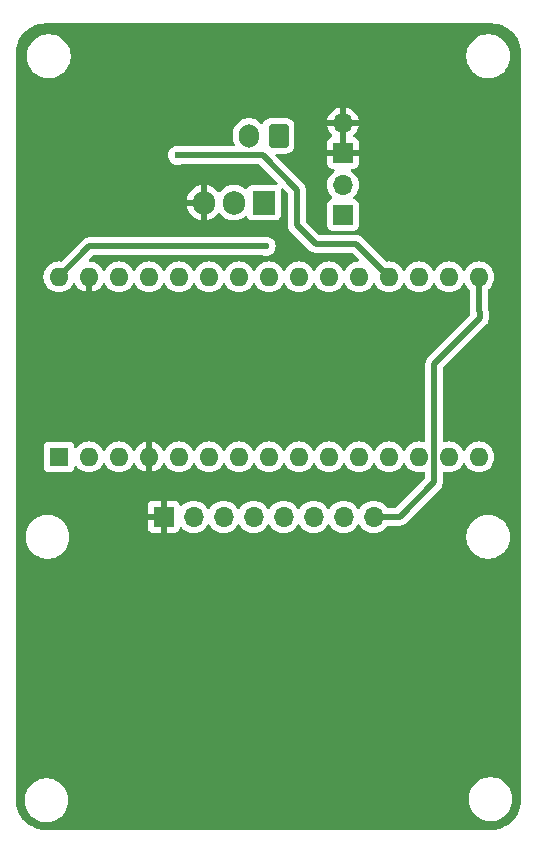
<source format=gbr>
%TF.GenerationSoftware,KiCad,Pcbnew,8.0.5*%
%TF.CreationDate,2024-11-29T22:55:39+01:00*%
%TF.ProjectId,hotendheater,686f7465-6e64-4686-9561-7465722e6b69,rev?*%
%TF.SameCoordinates,Original*%
%TF.FileFunction,Copper,L2,Bot*%
%TF.FilePolarity,Positive*%
%FSLAX46Y46*%
G04 Gerber Fmt 4.6, Leading zero omitted, Abs format (unit mm)*
G04 Created by KiCad (PCBNEW 8.0.5) date 2024-11-29 22:55:39*
%MOMM*%
%LPD*%
G01*
G04 APERTURE LIST*
G04 Aperture macros list*
%AMRoundRect*
0 Rectangle with rounded corners*
0 $1 Rounding radius*
0 $2 $3 $4 $5 $6 $7 $8 $9 X,Y pos of 4 corners*
0 Add a 4 corners polygon primitive as box body*
4,1,4,$2,$3,$4,$5,$6,$7,$8,$9,$2,$3,0*
0 Add four circle primitives for the rounded corners*
1,1,$1+$1,$2,$3*
1,1,$1+$1,$4,$5*
1,1,$1+$1,$6,$7*
1,1,$1+$1,$8,$9*
0 Add four rect primitives between the rounded corners*
20,1,$1+$1,$2,$3,$4,$5,0*
20,1,$1+$1,$4,$5,$6,$7,0*
20,1,$1+$1,$6,$7,$8,$9,0*
20,1,$1+$1,$8,$9,$2,$3,0*%
G04 Aperture macros list end*
%TA.AperFunction,ComponentPad*%
%ADD10R,1.905000X2.000000*%
%TD*%
%TA.AperFunction,ComponentPad*%
%ADD11O,1.905000X2.000000*%
%TD*%
%TA.AperFunction,ComponentPad*%
%ADD12R,1.600000X1.600000*%
%TD*%
%TA.AperFunction,ComponentPad*%
%ADD13O,1.600000X1.600000*%
%TD*%
%TA.AperFunction,ComponentPad*%
%ADD14R,1.700000X1.700000*%
%TD*%
%TA.AperFunction,ComponentPad*%
%ADD15O,1.700000X1.700000*%
%TD*%
%TA.AperFunction,ComponentPad*%
%ADD16RoundRect,0.250000X0.600000X0.750000X-0.600000X0.750000X-0.600000X-0.750000X0.600000X-0.750000X0*%
%TD*%
%TA.AperFunction,ComponentPad*%
%ADD17O,1.700000X2.000000*%
%TD*%
%TA.AperFunction,ViaPad*%
%ADD18C,0.600000*%
%TD*%
%TA.AperFunction,Conductor*%
%ADD19C,0.500000*%
%TD*%
G04 APERTURE END LIST*
D10*
%TO.P,Q1,1,G*%
%TO.N,Net-(Q1-G)*%
X128600000Y-77400000D03*
D11*
%TO.P,Q1,2,D*%
%TO.N,Net-(J1-Pin_2)*%
X126060000Y-77400000D03*
%TO.P,Q1,3,S*%
%TO.N,GND*%
X123520000Y-77400000D03*
%TD*%
D12*
%TO.P,A1,1,D1/TX*%
%TO.N,unconnected-(A1-D1{slash}TX-Pad1)*%
X111252000Y-98933000D03*
D13*
%TO.P,A1,2,D0/RX*%
%TO.N,unconnected-(A1-D0{slash}RX-Pad2)*%
X113792000Y-98933000D03*
%TO.P,A1,3,~{RESET}*%
%TO.N,unconnected-(A1-~{RESET}-Pad3)*%
X116332000Y-98933000D03*
%TO.P,A1,4,GND*%
%TO.N,GND*%
X118872000Y-98933000D03*
%TO.P,A1,5,D2*%
%TO.N,unconnected-(A1-D2-Pad5)*%
X121412000Y-98933000D03*
%TO.P,A1,6,D3*%
%TO.N,/Heater*%
X123952000Y-98933000D03*
%TO.P,A1,7,D4*%
%TO.N,unconnected-(A1-D4-Pad7)*%
X126492000Y-98933000D03*
%TO.P,A1,8,D5*%
%TO.N,unconnected-(A1-D5-Pad8)*%
X129032000Y-98933000D03*
%TO.P,A1,9,D6*%
%TO.N,unconnected-(A1-D6-Pad9)*%
X131572000Y-98933000D03*
%TO.P,A1,10,D7*%
%TO.N,unconnected-(A1-D7-Pad10)*%
X134112000Y-98933000D03*
%TO.P,A1,11,D8*%
%TO.N,unconnected-(A1-D8-Pad11)*%
X136652000Y-98933000D03*
%TO.P,A1,12,D9*%
%TO.N,unconnected-(A1-D9-Pad12)*%
X139192000Y-98933000D03*
%TO.P,A1,13,D10*%
%TO.N,/Button4*%
X141732000Y-98933000D03*
%TO.P,A1,14,D11*%
%TO.N,/Button3*%
X144272000Y-98933000D03*
%TO.P,A1,15,D12*%
%TO.N,/Button2*%
X146812000Y-98933000D03*
%TO.P,A1,16,D13*%
%TO.N,/Button1*%
X146812000Y-83693000D03*
%TO.P,A1,17,3V3*%
%TO.N,unconnected-(A1-3V3-Pad17)*%
X144272000Y-83693000D03*
%TO.P,A1,18,AREF*%
%TO.N,unconnected-(A1-AREF-Pad18)*%
X141732000Y-83693000D03*
%TO.P,A1,19,A0*%
%TO.N,/Thermistor*%
X139192000Y-83693000D03*
%TO.P,A1,20,A1*%
%TO.N,unconnected-(A1-A1-Pad20)*%
X136652000Y-83693000D03*
%TO.P,A1,21,A2*%
%TO.N,unconnected-(A1-A2-Pad21)*%
X134112000Y-83693000D03*
%TO.P,A1,22,A3*%
%TO.N,unconnected-(A1-A3-Pad22)*%
X131572000Y-83693000D03*
%TO.P,A1,23,A4*%
%TO.N,/SDA*%
X129032000Y-83693000D03*
%TO.P,A1,24,A5*%
%TO.N,/SCL*%
X126492000Y-83693000D03*
%TO.P,A1,25,A6*%
%TO.N,unconnected-(A1-A6-Pad25)*%
X123952000Y-83693000D03*
%TO.P,A1,26,A7*%
%TO.N,unconnected-(A1-A7-Pad26)*%
X121412000Y-83693000D03*
%TO.P,A1,27,+5V*%
%TO.N,+5V*%
X118872000Y-83693000D03*
%TO.P,A1,28,~{RESET}*%
%TO.N,unconnected-(A1-~{RESET}-Pad28)*%
X116332000Y-83693000D03*
%TO.P,A1,29,GND*%
%TO.N,GND*%
X113792000Y-83693000D03*
%TO.P,A1,30,VIN*%
%TO.N,+12V*%
X111252000Y-83693000D03*
%TD*%
D14*
%TO.P,J3,1,Pin_1*%
%TO.N,GND*%
X120125000Y-104000000D03*
D15*
%TO.P,J3,2,Pin_2*%
%TO.N,+5V*%
X122665000Y-104000000D03*
%TO.P,J3,3,Pin_3*%
%TO.N,/SCL*%
X125205000Y-104000000D03*
%TO.P,J3,4,Pin_4*%
%TO.N,/SDA*%
X127745000Y-104000000D03*
%TO.P,J3,5,Pin_5*%
%TO.N,/Button4*%
X130285000Y-104000000D03*
%TO.P,J3,6,Pin_6*%
%TO.N,/Button3*%
X132825000Y-104000000D03*
%TO.P,J3,7,Pin_7*%
%TO.N,/Button2*%
X135365000Y-104000000D03*
%TO.P,J3,8,Pin_8*%
%TO.N,/Button1*%
X137905000Y-104000000D03*
%TD*%
D14*
%TO.P,J4,1,Pin_1*%
%TO.N,+12V*%
X135300000Y-78450000D03*
D15*
%TO.P,J4,2,Pin_2*%
X135300000Y-75910000D03*
%TD*%
D16*
%TO.P,J1,1,Pin_1*%
%TO.N,+12V*%
X129850000Y-71750000D03*
D17*
%TO.P,J1,2,Pin_2*%
%TO.N,Net-(J1-Pin_2)*%
X127350000Y-71750000D03*
%TD*%
D14*
%TO.P,J5,1,Pin_1*%
%TO.N,GND*%
X135300000Y-73200000D03*
D15*
%TO.P,J5,2,Pin_2*%
X135300000Y-70660000D03*
%TD*%
D18*
%TO.N,+12V*%
X128800000Y-81100000D03*
%TO.N,/Thermistor*%
X121300000Y-73400000D03*
%TD*%
D19*
%TO.N,+12V*%
X113845000Y-81100000D02*
X128800000Y-81100000D01*
X111252000Y-83693000D02*
X113845000Y-81100000D01*
%TO.N,/Thermistor*%
X131400000Y-79300000D02*
X133000000Y-80900000D01*
X133000000Y-80900000D02*
X136399000Y-80900000D01*
X131400000Y-76300000D02*
X131400000Y-79300000D01*
X121300000Y-73400000D02*
X128500000Y-73400000D01*
X128500000Y-73400000D02*
X131400000Y-76300000D01*
X136399000Y-80900000D02*
X139192000Y-83693000D01*
%TO.N,/Button1*%
X146900000Y-86700000D02*
X146812000Y-86612000D01*
X143022000Y-91078000D02*
X146900000Y-87200000D01*
X146812000Y-86612000D02*
X146812000Y-83693000D01*
X146900000Y-87200000D02*
X146900000Y-86700000D01*
X143000000Y-101100000D02*
X143000000Y-100700000D01*
X137905000Y-104000000D02*
X140100000Y-104000000D01*
X143000000Y-100700000D02*
X143022000Y-100678000D01*
X140100000Y-104000000D02*
X143000000Y-101100000D01*
X143022000Y-100678000D02*
X143022000Y-91078000D01*
%TD*%
%TA.AperFunction,Conductor*%
%TO.N,GND*%
G36*
X135550000Y-72766988D02*
G01*
X135492993Y-72734075D01*
X135365826Y-72700000D01*
X135234174Y-72700000D01*
X135107007Y-72734075D01*
X135050000Y-72766988D01*
X135050000Y-71093012D01*
X135107007Y-71125925D01*
X135234174Y-71160000D01*
X135365826Y-71160000D01*
X135492993Y-71125925D01*
X135550000Y-71093012D01*
X135550000Y-72766988D01*
G37*
%TD.AperFunction*%
%TA.AperFunction,Conductor*%
G36*
X147812791Y-62221821D02*
G01*
X147874933Y-62221820D01*
X147882419Y-62222045D01*
X148172482Y-62239589D01*
X148187340Y-62241393D01*
X148469475Y-62293095D01*
X148484008Y-62296677D01*
X148654495Y-62349802D01*
X148757859Y-62382011D01*
X148771860Y-62387321D01*
X149033422Y-62505039D01*
X149046680Y-62511997D01*
X149292150Y-62660389D01*
X149304461Y-62668887D01*
X149530259Y-62845788D01*
X149541467Y-62855718D01*
X149744281Y-63058532D01*
X149754211Y-63069740D01*
X149890693Y-63243947D01*
X149931108Y-63295532D01*
X149939614Y-63307855D01*
X150088001Y-63553318D01*
X150094960Y-63566577D01*
X150212678Y-63828139D01*
X150217988Y-63842140D01*
X150303321Y-64115988D01*
X150306904Y-64130527D01*
X150358605Y-64412655D01*
X150360410Y-64427520D01*
X150377953Y-64717579D01*
X150378179Y-64725065D01*
X150378179Y-64794991D01*
X150378204Y-64795386D01*
X150399498Y-127996228D01*
X150399272Y-128003757D01*
X150381728Y-128293794D01*
X150379923Y-128308659D01*
X150328219Y-128590798D01*
X150324635Y-128605336D01*
X150239306Y-128879167D01*
X150233997Y-128893168D01*
X150116275Y-129154736D01*
X150109316Y-129167995D01*
X149960928Y-129413459D01*
X149952422Y-129425782D01*
X149775526Y-129651573D01*
X149765596Y-129662781D01*
X149562781Y-129865596D01*
X149551573Y-129875526D01*
X149325782Y-130052422D01*
X149313459Y-130060928D01*
X149067995Y-130209316D01*
X149054736Y-130216275D01*
X148793168Y-130333997D01*
X148779167Y-130339306D01*
X148505336Y-130424635D01*
X148490798Y-130428219D01*
X148208659Y-130479923D01*
X148193794Y-130481728D01*
X147903736Y-130499274D01*
X147896249Y-130499500D01*
X110103751Y-130499500D01*
X110096264Y-130499274D01*
X109806205Y-130481728D01*
X109791340Y-130479923D01*
X109509201Y-130428219D01*
X109494663Y-130424635D01*
X109220832Y-130339306D01*
X109206831Y-130333997D01*
X108945263Y-130216275D01*
X108932004Y-130209316D01*
X108686540Y-130060928D01*
X108674217Y-130052422D01*
X108448426Y-129875526D01*
X108437218Y-129865596D01*
X108234403Y-129662781D01*
X108224473Y-129651573D01*
X108155256Y-129563224D01*
X108047573Y-129425776D01*
X108039075Y-129413465D01*
X107890680Y-129167989D01*
X107883727Y-129154743D01*
X107766000Y-128893163D01*
X107760693Y-128879167D01*
X107711161Y-128720214D01*
X107675363Y-128605335D01*
X107671780Y-128590798D01*
X107654426Y-128496100D01*
X107620075Y-128308657D01*
X107618271Y-128293794D01*
X107610902Y-128171969D01*
X107600726Y-128003748D01*
X107600501Y-127996228D01*
X107600541Y-127878711D01*
X108349500Y-127878711D01*
X108349500Y-128121288D01*
X108381161Y-128361785D01*
X108443947Y-128596104D01*
X108536773Y-128820205D01*
X108536776Y-128820212D01*
X108658064Y-129030289D01*
X108658066Y-129030292D01*
X108658067Y-129030293D01*
X108805733Y-129222736D01*
X108805739Y-129222743D01*
X108977256Y-129394260D01*
X108977263Y-129394266D01*
X109018336Y-129425782D01*
X109169711Y-129541936D01*
X109379788Y-129663224D01*
X109603900Y-129756054D01*
X109838211Y-129818838D01*
X110018586Y-129842584D01*
X110078711Y-129850500D01*
X110078712Y-129850500D01*
X110321289Y-129850500D01*
X110369388Y-129844167D01*
X110561789Y-129818838D01*
X110796100Y-129756054D01*
X111020212Y-129663224D01*
X111230289Y-129541936D01*
X111422738Y-129394265D01*
X111594265Y-129222738D01*
X111741936Y-129030289D01*
X111863224Y-128820212D01*
X111956054Y-128596100D01*
X112018838Y-128361789D01*
X112050500Y-128121288D01*
X112050500Y-127878712D01*
X112037335Y-127778711D01*
X145949500Y-127778711D01*
X145949500Y-128021288D01*
X145981161Y-128261785D01*
X146043947Y-128496104D01*
X146089193Y-128605336D01*
X146136776Y-128720212D01*
X146258064Y-128930289D01*
X146258066Y-128930292D01*
X146258067Y-128930293D01*
X146405733Y-129122736D01*
X146405739Y-129122743D01*
X146577256Y-129294260D01*
X146577262Y-129294265D01*
X146769711Y-129441936D01*
X146979788Y-129563224D01*
X147203900Y-129656054D01*
X147438211Y-129718838D01*
X147618586Y-129742584D01*
X147678711Y-129750500D01*
X147678712Y-129750500D01*
X147921289Y-129750500D01*
X147969388Y-129744167D01*
X148161789Y-129718838D01*
X148396100Y-129656054D01*
X148620212Y-129563224D01*
X148830289Y-129441936D01*
X149022738Y-129294265D01*
X149194265Y-129122738D01*
X149341936Y-128930289D01*
X149463224Y-128720212D01*
X149556054Y-128496100D01*
X149618838Y-128261789D01*
X149650500Y-128021288D01*
X149650500Y-127778712D01*
X149618838Y-127538211D01*
X149556054Y-127303900D01*
X149463224Y-127079788D01*
X149341936Y-126869711D01*
X149194265Y-126677262D01*
X149194260Y-126677256D01*
X149022743Y-126505739D01*
X149022736Y-126505733D01*
X148830293Y-126358067D01*
X148830292Y-126358066D01*
X148830289Y-126358064D01*
X148620212Y-126236776D01*
X148620205Y-126236773D01*
X148396104Y-126143947D01*
X148161785Y-126081161D01*
X147921289Y-126049500D01*
X147921288Y-126049500D01*
X147678712Y-126049500D01*
X147678711Y-126049500D01*
X147438214Y-126081161D01*
X147203895Y-126143947D01*
X146979794Y-126236773D01*
X146979785Y-126236777D01*
X146769706Y-126358067D01*
X146577263Y-126505733D01*
X146577256Y-126505739D01*
X146405739Y-126677256D01*
X146405733Y-126677263D01*
X146258067Y-126869706D01*
X146136777Y-127079785D01*
X146136773Y-127079794D01*
X146043947Y-127303895D01*
X145981161Y-127538214D01*
X145949500Y-127778711D01*
X112037335Y-127778711D01*
X112018838Y-127638211D01*
X111956054Y-127403900D01*
X111863224Y-127179788D01*
X111741936Y-126969711D01*
X111681018Y-126890321D01*
X111594266Y-126777263D01*
X111594260Y-126777256D01*
X111422743Y-126605739D01*
X111422736Y-126605733D01*
X111230293Y-126458067D01*
X111230292Y-126458066D01*
X111230289Y-126458064D01*
X111020212Y-126336776D01*
X111020205Y-126336773D01*
X110796104Y-126243947D01*
X110561785Y-126181161D01*
X110321289Y-126149500D01*
X110321288Y-126149500D01*
X110078712Y-126149500D01*
X110078711Y-126149500D01*
X109838214Y-126181161D01*
X109603895Y-126243947D01*
X109379794Y-126336773D01*
X109379785Y-126336777D01*
X109169706Y-126458067D01*
X108977263Y-126605733D01*
X108977256Y-126605739D01*
X108805739Y-126777256D01*
X108805733Y-126777263D01*
X108658067Y-126969706D01*
X108536777Y-127179785D01*
X108536773Y-127179794D01*
X108443947Y-127403895D01*
X108381161Y-127638214D01*
X108349500Y-127878711D01*
X107600541Y-127878711D01*
X107600575Y-127778712D01*
X107608054Y-105578711D01*
X108449500Y-105578711D01*
X108449500Y-105821288D01*
X108481161Y-106061785D01*
X108543947Y-106296104D01*
X108636773Y-106520205D01*
X108636776Y-106520212D01*
X108758064Y-106730289D01*
X108758066Y-106730292D01*
X108758067Y-106730293D01*
X108905733Y-106922736D01*
X108905739Y-106922743D01*
X109077256Y-107094260D01*
X109077262Y-107094265D01*
X109269711Y-107241936D01*
X109479788Y-107363224D01*
X109703900Y-107456054D01*
X109938211Y-107518838D01*
X110118586Y-107542584D01*
X110178711Y-107550500D01*
X110178712Y-107550500D01*
X110421289Y-107550500D01*
X110469388Y-107544167D01*
X110661789Y-107518838D01*
X110896100Y-107456054D01*
X111120212Y-107363224D01*
X111330289Y-107241936D01*
X111522738Y-107094265D01*
X111694265Y-106922738D01*
X111841936Y-106730289D01*
X111963224Y-106520212D01*
X112056054Y-106296100D01*
X112118838Y-106061789D01*
X112150500Y-105821288D01*
X112150500Y-105578712D01*
X112150500Y-105578711D01*
X145749500Y-105578711D01*
X145749500Y-105821288D01*
X145781161Y-106061785D01*
X145843947Y-106296104D01*
X145936773Y-106520205D01*
X145936776Y-106520212D01*
X146058064Y-106730289D01*
X146058066Y-106730292D01*
X146058067Y-106730293D01*
X146205733Y-106922736D01*
X146205739Y-106922743D01*
X146377256Y-107094260D01*
X146377262Y-107094265D01*
X146569711Y-107241936D01*
X146779788Y-107363224D01*
X147003900Y-107456054D01*
X147238211Y-107518838D01*
X147418586Y-107542584D01*
X147478711Y-107550500D01*
X147478712Y-107550500D01*
X147721289Y-107550500D01*
X147769388Y-107544167D01*
X147961789Y-107518838D01*
X148196100Y-107456054D01*
X148420212Y-107363224D01*
X148630289Y-107241936D01*
X148822738Y-107094265D01*
X148994265Y-106922738D01*
X149141936Y-106730289D01*
X149263224Y-106520212D01*
X149356054Y-106296100D01*
X149418838Y-106061789D01*
X149450500Y-105821288D01*
X149450500Y-105578712D01*
X149418838Y-105338211D01*
X149356054Y-105103900D01*
X149351160Y-105092086D01*
X149269537Y-104895030D01*
X149263224Y-104879788D01*
X149141936Y-104669711D01*
X149075362Y-104582950D01*
X148994266Y-104477263D01*
X148994260Y-104477256D01*
X148822743Y-104305739D01*
X148822736Y-104305733D01*
X148630293Y-104158067D01*
X148630292Y-104158066D01*
X148630289Y-104158064D01*
X148420212Y-104036776D01*
X148331427Y-104000000D01*
X148196104Y-103943947D01*
X147961785Y-103881161D01*
X147721289Y-103849500D01*
X147721288Y-103849500D01*
X147478712Y-103849500D01*
X147478711Y-103849500D01*
X147238214Y-103881161D01*
X147003895Y-103943947D01*
X146779794Y-104036773D01*
X146779785Y-104036777D01*
X146569706Y-104158067D01*
X146377263Y-104305733D01*
X146377256Y-104305739D01*
X146205739Y-104477256D01*
X146205733Y-104477263D01*
X146058067Y-104669706D01*
X146058064Y-104669710D01*
X146058064Y-104669711D01*
X146048751Y-104685842D01*
X145936777Y-104879785D01*
X145936773Y-104879794D01*
X145843947Y-105103895D01*
X145781161Y-105338214D01*
X145749500Y-105578711D01*
X112150500Y-105578711D01*
X112118838Y-105338211D01*
X112056054Y-105103900D01*
X112051160Y-105092086D01*
X111969537Y-104895030D01*
X111963224Y-104879788D01*
X111841936Y-104669711D01*
X111775362Y-104582950D01*
X111694266Y-104477263D01*
X111694260Y-104477256D01*
X111522743Y-104305739D01*
X111522736Y-104305733D01*
X111330293Y-104158067D01*
X111330292Y-104158066D01*
X111330289Y-104158064D01*
X111120212Y-104036776D01*
X111031427Y-104000000D01*
X110896104Y-103943947D01*
X110661785Y-103881161D01*
X110421289Y-103849500D01*
X110421288Y-103849500D01*
X110178712Y-103849500D01*
X110178711Y-103849500D01*
X109938214Y-103881161D01*
X109703895Y-103943947D01*
X109479794Y-104036773D01*
X109479785Y-104036777D01*
X109269706Y-104158067D01*
X109077263Y-104305733D01*
X109077256Y-104305739D01*
X108905739Y-104477256D01*
X108905733Y-104477263D01*
X108758067Y-104669706D01*
X108758064Y-104669710D01*
X108758064Y-104669711D01*
X108748751Y-104685842D01*
X108636777Y-104879785D01*
X108636773Y-104879794D01*
X108543947Y-105103895D01*
X108481161Y-105338214D01*
X108449500Y-105578711D01*
X107608054Y-105578711D01*
X107615427Y-83692998D01*
X109946532Y-83692998D01*
X109946532Y-83693001D01*
X109966364Y-83919686D01*
X109966366Y-83919697D01*
X110025258Y-84139488D01*
X110025261Y-84139497D01*
X110121431Y-84345732D01*
X110121432Y-84345734D01*
X110251954Y-84532141D01*
X110412858Y-84693045D01*
X110412861Y-84693047D01*
X110599266Y-84823568D01*
X110805504Y-84919739D01*
X111025308Y-84978635D01*
X111187230Y-84992801D01*
X111251998Y-84998468D01*
X111252000Y-84998468D01*
X111252002Y-84998468D01*
X111308673Y-84993509D01*
X111478692Y-84978635D01*
X111698496Y-84919739D01*
X111904734Y-84823568D01*
X112091139Y-84693047D01*
X112252047Y-84532139D01*
X112382568Y-84345734D01*
X112409895Y-84287129D01*
X112456064Y-84234695D01*
X112523257Y-84215542D01*
X112590139Y-84235757D01*
X112634657Y-84287133D01*
X112661865Y-84345482D01*
X112792342Y-84531820D01*
X112953179Y-84692657D01*
X113139517Y-84823134D01*
X113345673Y-84919265D01*
X113345682Y-84919269D01*
X113541999Y-84971872D01*
X113542000Y-84971871D01*
X113542000Y-84126012D01*
X113599007Y-84158925D01*
X113726174Y-84193000D01*
X113857826Y-84193000D01*
X113984993Y-84158925D01*
X114042000Y-84126012D01*
X114042000Y-84971872D01*
X114238317Y-84919269D01*
X114238326Y-84919265D01*
X114444482Y-84823134D01*
X114630820Y-84692657D01*
X114791657Y-84531820D01*
X114922132Y-84345484D01*
X114949341Y-84287134D01*
X114995513Y-84234695D01*
X115062707Y-84215542D01*
X115129588Y-84235757D01*
X115174106Y-84287133D01*
X115201431Y-84345732D01*
X115201432Y-84345734D01*
X115331954Y-84532141D01*
X115492858Y-84693045D01*
X115492861Y-84693047D01*
X115679266Y-84823568D01*
X115885504Y-84919739D01*
X116105308Y-84978635D01*
X116267230Y-84992801D01*
X116331998Y-84998468D01*
X116332000Y-84998468D01*
X116332002Y-84998468D01*
X116388673Y-84993509D01*
X116558692Y-84978635D01*
X116778496Y-84919739D01*
X116984734Y-84823568D01*
X117171139Y-84693047D01*
X117332047Y-84532139D01*
X117462568Y-84345734D01*
X117489618Y-84287724D01*
X117535790Y-84235285D01*
X117602983Y-84216133D01*
X117669865Y-84236348D01*
X117714382Y-84287725D01*
X117741429Y-84345728D01*
X117741432Y-84345734D01*
X117871954Y-84532141D01*
X118032858Y-84693045D01*
X118032861Y-84693047D01*
X118219266Y-84823568D01*
X118425504Y-84919739D01*
X118645308Y-84978635D01*
X118807230Y-84992801D01*
X118871998Y-84998468D01*
X118872000Y-84998468D01*
X118872002Y-84998468D01*
X118928673Y-84993509D01*
X119098692Y-84978635D01*
X119318496Y-84919739D01*
X119524734Y-84823568D01*
X119711139Y-84693047D01*
X119872047Y-84532139D01*
X120002568Y-84345734D01*
X120029618Y-84287724D01*
X120075790Y-84235285D01*
X120142983Y-84216133D01*
X120209865Y-84236348D01*
X120254382Y-84287725D01*
X120281429Y-84345728D01*
X120281432Y-84345734D01*
X120411954Y-84532141D01*
X120572858Y-84693045D01*
X120572861Y-84693047D01*
X120759266Y-84823568D01*
X120965504Y-84919739D01*
X121185308Y-84978635D01*
X121347230Y-84992801D01*
X121411998Y-84998468D01*
X121412000Y-84998468D01*
X121412002Y-84998468D01*
X121468673Y-84993509D01*
X121638692Y-84978635D01*
X121858496Y-84919739D01*
X122064734Y-84823568D01*
X122251139Y-84693047D01*
X122412047Y-84532139D01*
X122542568Y-84345734D01*
X122569618Y-84287724D01*
X122615790Y-84235285D01*
X122682983Y-84216133D01*
X122749865Y-84236348D01*
X122794382Y-84287725D01*
X122821429Y-84345728D01*
X122821432Y-84345734D01*
X122951954Y-84532141D01*
X123112858Y-84693045D01*
X123112861Y-84693047D01*
X123299266Y-84823568D01*
X123505504Y-84919739D01*
X123725308Y-84978635D01*
X123887230Y-84992801D01*
X123951998Y-84998468D01*
X123952000Y-84998468D01*
X123952002Y-84998468D01*
X124008673Y-84993509D01*
X124178692Y-84978635D01*
X124398496Y-84919739D01*
X124604734Y-84823568D01*
X124791139Y-84693047D01*
X124952047Y-84532139D01*
X125082568Y-84345734D01*
X125109618Y-84287724D01*
X125155790Y-84235285D01*
X125222983Y-84216133D01*
X125289865Y-84236348D01*
X125334382Y-84287725D01*
X125361429Y-84345728D01*
X125361432Y-84345734D01*
X125491954Y-84532141D01*
X125652858Y-84693045D01*
X125652861Y-84693047D01*
X125839266Y-84823568D01*
X126045504Y-84919739D01*
X126265308Y-84978635D01*
X126427230Y-84992801D01*
X126491998Y-84998468D01*
X126492000Y-84998468D01*
X126492002Y-84998468D01*
X126548673Y-84993509D01*
X126718692Y-84978635D01*
X126938496Y-84919739D01*
X127144734Y-84823568D01*
X127331139Y-84693047D01*
X127492047Y-84532139D01*
X127622568Y-84345734D01*
X127649618Y-84287724D01*
X127695790Y-84235285D01*
X127762983Y-84216133D01*
X127829865Y-84236348D01*
X127874382Y-84287725D01*
X127901429Y-84345728D01*
X127901432Y-84345734D01*
X128031954Y-84532141D01*
X128192858Y-84693045D01*
X128192861Y-84693047D01*
X128379266Y-84823568D01*
X128585504Y-84919739D01*
X128805308Y-84978635D01*
X128967230Y-84992801D01*
X129031998Y-84998468D01*
X129032000Y-84998468D01*
X129032002Y-84998468D01*
X129088673Y-84993509D01*
X129258692Y-84978635D01*
X129478496Y-84919739D01*
X129684734Y-84823568D01*
X129871139Y-84693047D01*
X130032047Y-84532139D01*
X130162568Y-84345734D01*
X130189618Y-84287724D01*
X130235790Y-84235285D01*
X130302983Y-84216133D01*
X130369865Y-84236348D01*
X130414382Y-84287725D01*
X130441429Y-84345728D01*
X130441432Y-84345734D01*
X130571954Y-84532141D01*
X130732858Y-84693045D01*
X130732861Y-84693047D01*
X130919266Y-84823568D01*
X131125504Y-84919739D01*
X131345308Y-84978635D01*
X131507230Y-84992801D01*
X131571998Y-84998468D01*
X131572000Y-84998468D01*
X131572002Y-84998468D01*
X131628673Y-84993509D01*
X131798692Y-84978635D01*
X132018496Y-84919739D01*
X132224734Y-84823568D01*
X132411139Y-84693047D01*
X132572047Y-84532139D01*
X132702568Y-84345734D01*
X132729618Y-84287724D01*
X132775790Y-84235285D01*
X132842983Y-84216133D01*
X132909865Y-84236348D01*
X132954382Y-84287725D01*
X132981429Y-84345728D01*
X132981432Y-84345734D01*
X133111954Y-84532141D01*
X133272858Y-84693045D01*
X133272861Y-84693047D01*
X133459266Y-84823568D01*
X133665504Y-84919739D01*
X133885308Y-84978635D01*
X134047230Y-84992801D01*
X134111998Y-84998468D01*
X134112000Y-84998468D01*
X134112002Y-84998468D01*
X134168673Y-84993509D01*
X134338692Y-84978635D01*
X134558496Y-84919739D01*
X134764734Y-84823568D01*
X134951139Y-84693047D01*
X135112047Y-84532139D01*
X135242568Y-84345734D01*
X135269618Y-84287724D01*
X135315790Y-84235285D01*
X135382983Y-84216133D01*
X135449865Y-84236348D01*
X135494382Y-84287725D01*
X135521429Y-84345728D01*
X135521432Y-84345734D01*
X135651954Y-84532141D01*
X135812858Y-84693045D01*
X135812861Y-84693047D01*
X135999266Y-84823568D01*
X136205504Y-84919739D01*
X136425308Y-84978635D01*
X136587230Y-84992801D01*
X136651998Y-84998468D01*
X136652000Y-84998468D01*
X136652002Y-84998468D01*
X136708673Y-84993509D01*
X136878692Y-84978635D01*
X137098496Y-84919739D01*
X137304734Y-84823568D01*
X137491139Y-84693047D01*
X137652047Y-84532139D01*
X137782568Y-84345734D01*
X137809618Y-84287724D01*
X137855790Y-84235285D01*
X137922983Y-84216133D01*
X137989865Y-84236348D01*
X138034382Y-84287725D01*
X138061429Y-84345728D01*
X138061432Y-84345734D01*
X138191954Y-84532141D01*
X138352858Y-84693045D01*
X138352861Y-84693047D01*
X138539266Y-84823568D01*
X138745504Y-84919739D01*
X138965308Y-84978635D01*
X139127230Y-84992801D01*
X139191998Y-84998468D01*
X139192000Y-84998468D01*
X139192002Y-84998468D01*
X139248673Y-84993509D01*
X139418692Y-84978635D01*
X139638496Y-84919739D01*
X139844734Y-84823568D01*
X140031139Y-84693047D01*
X140192047Y-84532139D01*
X140322568Y-84345734D01*
X140349618Y-84287724D01*
X140395790Y-84235285D01*
X140462983Y-84216133D01*
X140529865Y-84236348D01*
X140574382Y-84287725D01*
X140601429Y-84345728D01*
X140601432Y-84345734D01*
X140731954Y-84532141D01*
X140892858Y-84693045D01*
X140892861Y-84693047D01*
X141079266Y-84823568D01*
X141285504Y-84919739D01*
X141505308Y-84978635D01*
X141667230Y-84992801D01*
X141731998Y-84998468D01*
X141732000Y-84998468D01*
X141732002Y-84998468D01*
X141788673Y-84993509D01*
X141958692Y-84978635D01*
X142178496Y-84919739D01*
X142384734Y-84823568D01*
X142571139Y-84693047D01*
X142732047Y-84532139D01*
X142862568Y-84345734D01*
X142889618Y-84287724D01*
X142935790Y-84235285D01*
X143002983Y-84216133D01*
X143069865Y-84236348D01*
X143114382Y-84287725D01*
X143141429Y-84345728D01*
X143141432Y-84345734D01*
X143271954Y-84532141D01*
X143432858Y-84693045D01*
X143432861Y-84693047D01*
X143619266Y-84823568D01*
X143825504Y-84919739D01*
X144045308Y-84978635D01*
X144207230Y-84992801D01*
X144271998Y-84998468D01*
X144272000Y-84998468D01*
X144272002Y-84998468D01*
X144328673Y-84993509D01*
X144498692Y-84978635D01*
X144718496Y-84919739D01*
X144924734Y-84823568D01*
X145111139Y-84693047D01*
X145272047Y-84532139D01*
X145402568Y-84345734D01*
X145429618Y-84287724D01*
X145475790Y-84235285D01*
X145542983Y-84216133D01*
X145609865Y-84236348D01*
X145654382Y-84287725D01*
X145681429Y-84345728D01*
X145681432Y-84345734D01*
X145811954Y-84532141D01*
X145972859Y-84693046D01*
X146008621Y-84718086D01*
X146052247Y-84772662D01*
X146061500Y-84819662D01*
X146061500Y-86685918D01*
X146061500Y-86685920D01*
X146061499Y-86685920D01*
X146090340Y-86830907D01*
X146090341Y-86830909D01*
X146090342Y-86830913D01*
X146093014Y-86837364D01*
X146100483Y-86906831D01*
X146069209Y-86969311D01*
X146066134Y-86972497D01*
X142439050Y-90599580D01*
X142439044Y-90599588D01*
X142389812Y-90673268D01*
X142389813Y-90673269D01*
X142356921Y-90722496D01*
X142356914Y-90722508D01*
X142300342Y-90859086D01*
X142300340Y-90859092D01*
X142271500Y-91004079D01*
X142271500Y-97569581D01*
X142251815Y-97636620D01*
X142199011Y-97682375D01*
X142129853Y-97692319D01*
X142115407Y-97689356D01*
X141958697Y-97647366D01*
X141958693Y-97647365D01*
X141958692Y-97647365D01*
X141958691Y-97647364D01*
X141958686Y-97647364D01*
X141732002Y-97627532D01*
X141731998Y-97627532D01*
X141505313Y-97647364D01*
X141505302Y-97647366D01*
X141285511Y-97706258D01*
X141285502Y-97706261D01*
X141079267Y-97802431D01*
X141079265Y-97802432D01*
X140892858Y-97932954D01*
X140731954Y-98093858D01*
X140601432Y-98280265D01*
X140601431Y-98280267D01*
X140574382Y-98338275D01*
X140528209Y-98390714D01*
X140461016Y-98409866D01*
X140394135Y-98389650D01*
X140349618Y-98338275D01*
X140322686Y-98280520D01*
X140322568Y-98280266D01*
X140192047Y-98093861D01*
X140192045Y-98093858D01*
X140031141Y-97932954D01*
X139844734Y-97802432D01*
X139844732Y-97802431D01*
X139638497Y-97706261D01*
X139638488Y-97706258D01*
X139418697Y-97647366D01*
X139418693Y-97647365D01*
X139418692Y-97647365D01*
X139418691Y-97647364D01*
X139418686Y-97647364D01*
X139192002Y-97627532D01*
X139191998Y-97627532D01*
X138965313Y-97647364D01*
X138965302Y-97647366D01*
X138745511Y-97706258D01*
X138745502Y-97706261D01*
X138539267Y-97802431D01*
X138539265Y-97802432D01*
X138352858Y-97932954D01*
X138191954Y-98093858D01*
X138061432Y-98280265D01*
X138061431Y-98280267D01*
X138034382Y-98338275D01*
X137988209Y-98390714D01*
X137921016Y-98409866D01*
X137854135Y-98389650D01*
X137809618Y-98338275D01*
X137782686Y-98280520D01*
X137782568Y-98280266D01*
X137652047Y-98093861D01*
X137652045Y-98093858D01*
X137491141Y-97932954D01*
X137304734Y-97802432D01*
X137304732Y-97802431D01*
X137098497Y-97706261D01*
X137098488Y-97706258D01*
X136878697Y-97647366D01*
X136878693Y-97647365D01*
X136878692Y-97647365D01*
X136878691Y-97647364D01*
X136878686Y-97647364D01*
X136652002Y-97627532D01*
X136651998Y-97627532D01*
X136425313Y-97647364D01*
X136425302Y-97647366D01*
X136205511Y-97706258D01*
X136205502Y-97706261D01*
X135999267Y-97802431D01*
X135999265Y-97802432D01*
X135812858Y-97932954D01*
X135651954Y-98093858D01*
X135521432Y-98280265D01*
X135521431Y-98280267D01*
X135494382Y-98338275D01*
X135448209Y-98390714D01*
X135381016Y-98409866D01*
X135314135Y-98389650D01*
X135269618Y-98338275D01*
X135242686Y-98280520D01*
X135242568Y-98280266D01*
X135112047Y-98093861D01*
X135112045Y-98093858D01*
X134951141Y-97932954D01*
X134764734Y-97802432D01*
X134764732Y-97802431D01*
X134558497Y-97706261D01*
X134558488Y-97706258D01*
X134338697Y-97647366D01*
X134338693Y-97647365D01*
X134338692Y-97647365D01*
X134338691Y-97647364D01*
X134338686Y-97647364D01*
X134112002Y-97627532D01*
X134111998Y-97627532D01*
X133885313Y-97647364D01*
X133885302Y-97647366D01*
X133665511Y-97706258D01*
X133665502Y-97706261D01*
X133459267Y-97802431D01*
X133459265Y-97802432D01*
X133272858Y-97932954D01*
X133111954Y-98093858D01*
X132981432Y-98280265D01*
X132981431Y-98280267D01*
X132954382Y-98338275D01*
X132908209Y-98390714D01*
X132841016Y-98409866D01*
X132774135Y-98389650D01*
X132729618Y-98338275D01*
X132702686Y-98280520D01*
X132702568Y-98280266D01*
X132572047Y-98093861D01*
X132572045Y-98093858D01*
X132411141Y-97932954D01*
X132224734Y-97802432D01*
X132224732Y-97802431D01*
X132018497Y-97706261D01*
X132018488Y-97706258D01*
X131798697Y-97647366D01*
X131798693Y-97647365D01*
X131798692Y-97647365D01*
X131798691Y-97647364D01*
X131798686Y-97647364D01*
X131572002Y-97627532D01*
X131571998Y-97627532D01*
X131345313Y-97647364D01*
X131345302Y-97647366D01*
X131125511Y-97706258D01*
X131125502Y-97706261D01*
X130919267Y-97802431D01*
X130919265Y-97802432D01*
X130732858Y-97932954D01*
X130571954Y-98093858D01*
X130441432Y-98280265D01*
X130441431Y-98280267D01*
X130414382Y-98338275D01*
X130368209Y-98390714D01*
X130301016Y-98409866D01*
X130234135Y-98389650D01*
X130189618Y-98338275D01*
X130162686Y-98280520D01*
X130162568Y-98280266D01*
X130032047Y-98093861D01*
X130032045Y-98093858D01*
X129871141Y-97932954D01*
X129684734Y-97802432D01*
X129684732Y-97802431D01*
X129478497Y-97706261D01*
X129478488Y-97706258D01*
X129258697Y-97647366D01*
X129258693Y-97647365D01*
X129258692Y-97647365D01*
X129258691Y-97647364D01*
X129258686Y-97647364D01*
X129032002Y-97627532D01*
X129031998Y-97627532D01*
X128805313Y-97647364D01*
X128805302Y-97647366D01*
X128585511Y-97706258D01*
X128585502Y-97706261D01*
X128379267Y-97802431D01*
X128379265Y-97802432D01*
X128192858Y-97932954D01*
X128031954Y-98093858D01*
X127901432Y-98280265D01*
X127901431Y-98280267D01*
X127874382Y-98338275D01*
X127828209Y-98390714D01*
X127761016Y-98409866D01*
X127694135Y-98389650D01*
X127649618Y-98338275D01*
X127622686Y-98280520D01*
X127622568Y-98280266D01*
X127492047Y-98093861D01*
X127492045Y-98093858D01*
X127331141Y-97932954D01*
X127144734Y-97802432D01*
X127144732Y-97802431D01*
X126938497Y-97706261D01*
X126938488Y-97706258D01*
X126718697Y-97647366D01*
X126718693Y-97647365D01*
X126718692Y-97647365D01*
X126718691Y-97647364D01*
X126718686Y-97647364D01*
X126492002Y-97627532D01*
X126491998Y-97627532D01*
X126265313Y-97647364D01*
X126265302Y-97647366D01*
X126045511Y-97706258D01*
X126045502Y-97706261D01*
X125839267Y-97802431D01*
X125839265Y-97802432D01*
X125652858Y-97932954D01*
X125491954Y-98093858D01*
X125361432Y-98280265D01*
X125361431Y-98280267D01*
X125334382Y-98338275D01*
X125288209Y-98390714D01*
X125221016Y-98409866D01*
X125154135Y-98389650D01*
X125109618Y-98338275D01*
X125082686Y-98280520D01*
X125082568Y-98280266D01*
X124952047Y-98093861D01*
X124952045Y-98093858D01*
X124791141Y-97932954D01*
X124604734Y-97802432D01*
X124604732Y-97802431D01*
X124398497Y-97706261D01*
X124398488Y-97706258D01*
X124178697Y-97647366D01*
X124178693Y-97647365D01*
X124178692Y-97647365D01*
X124178691Y-97647364D01*
X124178686Y-97647364D01*
X123952002Y-97627532D01*
X123951998Y-97627532D01*
X123725313Y-97647364D01*
X123725302Y-97647366D01*
X123505511Y-97706258D01*
X123505502Y-97706261D01*
X123299267Y-97802431D01*
X123299265Y-97802432D01*
X123112858Y-97932954D01*
X122951954Y-98093858D01*
X122821432Y-98280265D01*
X122821431Y-98280267D01*
X122794382Y-98338275D01*
X122748209Y-98390714D01*
X122681016Y-98409866D01*
X122614135Y-98389650D01*
X122569618Y-98338275D01*
X122542686Y-98280520D01*
X122542568Y-98280266D01*
X122412047Y-98093861D01*
X122412045Y-98093858D01*
X122251141Y-97932954D01*
X122064734Y-97802432D01*
X122064732Y-97802431D01*
X121858497Y-97706261D01*
X121858488Y-97706258D01*
X121638697Y-97647366D01*
X121638693Y-97647365D01*
X121638692Y-97647365D01*
X121638691Y-97647364D01*
X121638686Y-97647364D01*
X121412002Y-97627532D01*
X121411998Y-97627532D01*
X121185313Y-97647364D01*
X121185302Y-97647366D01*
X120965511Y-97706258D01*
X120965502Y-97706261D01*
X120759267Y-97802431D01*
X120759265Y-97802432D01*
X120572858Y-97932954D01*
X120411954Y-98093858D01*
X120281433Y-98280264D01*
X120281432Y-98280266D01*
X120281315Y-98280518D01*
X120254106Y-98338867D01*
X120207933Y-98391306D01*
X120140739Y-98410457D01*
X120073858Y-98390241D01*
X120029342Y-98338865D01*
X120002135Y-98280520D01*
X120002134Y-98280518D01*
X119871657Y-98094179D01*
X119710820Y-97933342D01*
X119524482Y-97802865D01*
X119318328Y-97706734D01*
X119122000Y-97654127D01*
X119122000Y-98499988D01*
X119064993Y-98467075D01*
X118937826Y-98433000D01*
X118806174Y-98433000D01*
X118679007Y-98467075D01*
X118622000Y-98499988D01*
X118622000Y-97654127D01*
X118425671Y-97706734D01*
X118219517Y-97802865D01*
X118033179Y-97933342D01*
X117872342Y-98094179D01*
X117741867Y-98280515D01*
X117714657Y-98338867D01*
X117668484Y-98391306D01*
X117601290Y-98410457D01*
X117534409Y-98390241D01*
X117489893Y-98338865D01*
X117462685Y-98280518D01*
X117462568Y-98280266D01*
X117332047Y-98093861D01*
X117332045Y-98093858D01*
X117171141Y-97932954D01*
X116984734Y-97802432D01*
X116984732Y-97802431D01*
X116778497Y-97706261D01*
X116778488Y-97706258D01*
X116558697Y-97647366D01*
X116558693Y-97647365D01*
X116558692Y-97647365D01*
X116558691Y-97647364D01*
X116558686Y-97647364D01*
X116332002Y-97627532D01*
X116331998Y-97627532D01*
X116105313Y-97647364D01*
X116105302Y-97647366D01*
X115885511Y-97706258D01*
X115885502Y-97706261D01*
X115679267Y-97802431D01*
X115679265Y-97802432D01*
X115492858Y-97932954D01*
X115331954Y-98093858D01*
X115201432Y-98280265D01*
X115201431Y-98280267D01*
X115174382Y-98338275D01*
X115128209Y-98390714D01*
X115061016Y-98409866D01*
X114994135Y-98389650D01*
X114949618Y-98338275D01*
X114922686Y-98280520D01*
X114922568Y-98280266D01*
X114792047Y-98093861D01*
X114792045Y-98093858D01*
X114631141Y-97932954D01*
X114444734Y-97802432D01*
X114444732Y-97802431D01*
X114238497Y-97706261D01*
X114238488Y-97706258D01*
X114018697Y-97647366D01*
X114018693Y-97647365D01*
X114018692Y-97647365D01*
X114018691Y-97647364D01*
X114018686Y-97647364D01*
X113792002Y-97627532D01*
X113791998Y-97627532D01*
X113565313Y-97647364D01*
X113565302Y-97647366D01*
X113345511Y-97706258D01*
X113345502Y-97706261D01*
X113139267Y-97802431D01*
X113139265Y-97802432D01*
X112952858Y-97932954D01*
X112791954Y-98093858D01*
X112774725Y-98118464D01*
X112720147Y-98162088D01*
X112650648Y-98169280D01*
X112588294Y-98137757D01*
X112552882Y-98077526D01*
X112549861Y-98060591D01*
X112546091Y-98025516D01*
X112495797Y-97890671D01*
X112495793Y-97890664D01*
X112409547Y-97775455D01*
X112409544Y-97775452D01*
X112294335Y-97689206D01*
X112294328Y-97689202D01*
X112159482Y-97638908D01*
X112159483Y-97638908D01*
X112099883Y-97632501D01*
X112099881Y-97632500D01*
X112099873Y-97632500D01*
X112099864Y-97632500D01*
X110404129Y-97632500D01*
X110404123Y-97632501D01*
X110344516Y-97638908D01*
X110209671Y-97689202D01*
X110209664Y-97689206D01*
X110094455Y-97775452D01*
X110094452Y-97775455D01*
X110008206Y-97890664D01*
X110008202Y-97890671D01*
X109957908Y-98025517D01*
X109951501Y-98085116D01*
X109951500Y-98085135D01*
X109951500Y-99780870D01*
X109951501Y-99780876D01*
X109957908Y-99840483D01*
X110008202Y-99975328D01*
X110008206Y-99975335D01*
X110094452Y-100090544D01*
X110094455Y-100090547D01*
X110209664Y-100176793D01*
X110209671Y-100176797D01*
X110344517Y-100227091D01*
X110344516Y-100227091D01*
X110351444Y-100227835D01*
X110404127Y-100233500D01*
X112099872Y-100233499D01*
X112159483Y-100227091D01*
X112294331Y-100176796D01*
X112409546Y-100090546D01*
X112495796Y-99975331D01*
X112546091Y-99840483D01*
X112549862Y-99805401D01*
X112576599Y-99740855D01*
X112633990Y-99701006D01*
X112703816Y-99698511D01*
X112763905Y-99734163D01*
X112774726Y-99747536D01*
X112791956Y-99772143D01*
X112952858Y-99933045D01*
X112952861Y-99933047D01*
X113139266Y-100063568D01*
X113345504Y-100159739D01*
X113565308Y-100218635D01*
X113727230Y-100232801D01*
X113791998Y-100238468D01*
X113792000Y-100238468D01*
X113792002Y-100238468D01*
X113848807Y-100233498D01*
X114018692Y-100218635D01*
X114238496Y-100159739D01*
X114444734Y-100063568D01*
X114631139Y-99933047D01*
X114792047Y-99772139D01*
X114922568Y-99585734D01*
X114949618Y-99527724D01*
X114995790Y-99475285D01*
X115062983Y-99456133D01*
X115129865Y-99476348D01*
X115174382Y-99527725D01*
X115201429Y-99585728D01*
X115201432Y-99585734D01*
X115331954Y-99772141D01*
X115492858Y-99933045D01*
X115492861Y-99933047D01*
X115679266Y-100063568D01*
X115885504Y-100159739D01*
X116105308Y-100218635D01*
X116267230Y-100232801D01*
X116331998Y-100238468D01*
X116332000Y-100238468D01*
X116332002Y-100238468D01*
X116388807Y-100233498D01*
X116558692Y-100218635D01*
X116778496Y-100159739D01*
X116984734Y-100063568D01*
X117171139Y-99933047D01*
X117332047Y-99772139D01*
X117462568Y-99585734D01*
X117489895Y-99527129D01*
X117536064Y-99474695D01*
X117603257Y-99455542D01*
X117670139Y-99475757D01*
X117714657Y-99527133D01*
X117741865Y-99585482D01*
X117872342Y-99771820D01*
X118033179Y-99932657D01*
X118219517Y-100063134D01*
X118425673Y-100159265D01*
X118425682Y-100159269D01*
X118621999Y-100211872D01*
X118622000Y-100211871D01*
X118622000Y-99366012D01*
X118679007Y-99398925D01*
X118806174Y-99433000D01*
X118937826Y-99433000D01*
X119064993Y-99398925D01*
X119122000Y-99366012D01*
X119122000Y-100211872D01*
X119318317Y-100159269D01*
X119318326Y-100159265D01*
X119524482Y-100063134D01*
X119710820Y-99932657D01*
X119871657Y-99771820D01*
X120002132Y-99585484D01*
X120029341Y-99527134D01*
X120075513Y-99474695D01*
X120142707Y-99455542D01*
X120209588Y-99475757D01*
X120254106Y-99527133D01*
X120281431Y-99585732D01*
X120281432Y-99585734D01*
X120411954Y-99772141D01*
X120572858Y-99933045D01*
X120572861Y-99933047D01*
X120759266Y-100063568D01*
X120965504Y-100159739D01*
X121185308Y-100218635D01*
X121347230Y-100232801D01*
X121411998Y-100238468D01*
X121412000Y-100238468D01*
X121412002Y-100238468D01*
X121468807Y-100233498D01*
X121638692Y-100218635D01*
X121858496Y-100159739D01*
X122064734Y-100063568D01*
X122251139Y-99933047D01*
X122412047Y-99772139D01*
X122542568Y-99585734D01*
X122569618Y-99527724D01*
X122615790Y-99475285D01*
X122682983Y-99456133D01*
X122749865Y-99476348D01*
X122794382Y-99527725D01*
X122821429Y-99585728D01*
X122821432Y-99585734D01*
X122951954Y-99772141D01*
X123112858Y-99933045D01*
X123112861Y-99933047D01*
X123299266Y-100063568D01*
X123505504Y-100159739D01*
X123725308Y-100218635D01*
X123887230Y-100232801D01*
X123951998Y-100238468D01*
X123952000Y-100238468D01*
X123952002Y-100238468D01*
X124008807Y-100233498D01*
X124178692Y-100218635D01*
X124398496Y-100159739D01*
X124604734Y-100063568D01*
X124791139Y-99933047D01*
X124952047Y-99772139D01*
X125082568Y-99585734D01*
X125109618Y-99527724D01*
X125155790Y-99475285D01*
X125222983Y-99456133D01*
X125289865Y-99476348D01*
X125334382Y-99527725D01*
X125361429Y-99585728D01*
X125361432Y-99585734D01*
X125491954Y-99772141D01*
X125652858Y-99933045D01*
X125652861Y-99933047D01*
X125839266Y-100063568D01*
X126045504Y-100159739D01*
X126265308Y-100218635D01*
X126427230Y-100232801D01*
X126491998Y-100238468D01*
X126492000Y-100238468D01*
X126492002Y-100238468D01*
X126548807Y-100233498D01*
X126718692Y-100218635D01*
X126938496Y-100159739D01*
X127144734Y-100063568D01*
X127331139Y-99933047D01*
X127492047Y-99772139D01*
X127622568Y-99585734D01*
X127649618Y-99527724D01*
X127695790Y-99475285D01*
X127762983Y-99456133D01*
X127829865Y-99476348D01*
X127874382Y-99527725D01*
X127901429Y-99585728D01*
X127901432Y-99585734D01*
X128031954Y-99772141D01*
X128192858Y-99933045D01*
X128192861Y-99933047D01*
X128379266Y-100063568D01*
X128585504Y-100159739D01*
X128805308Y-100218635D01*
X128967230Y-100232801D01*
X129031998Y-100238468D01*
X129032000Y-100238468D01*
X129032002Y-100238468D01*
X129088807Y-100233498D01*
X129258692Y-100218635D01*
X129478496Y-100159739D01*
X129684734Y-100063568D01*
X129871139Y-99933047D01*
X130032047Y-99772139D01*
X130162568Y-99585734D01*
X130189618Y-99527724D01*
X130235790Y-99475285D01*
X130302983Y-99456133D01*
X130369865Y-99476348D01*
X130414382Y-99527725D01*
X130441429Y-99585728D01*
X130441432Y-99585734D01*
X130571954Y-99772141D01*
X130732858Y-99933045D01*
X130732861Y-99933047D01*
X130919266Y-100063568D01*
X131125504Y-100159739D01*
X131345308Y-100218635D01*
X131507230Y-100232801D01*
X131571998Y-100238468D01*
X131572000Y-100238468D01*
X131572002Y-100238468D01*
X131628807Y-100233498D01*
X131798692Y-100218635D01*
X132018496Y-100159739D01*
X132224734Y-100063568D01*
X132411139Y-99933047D01*
X132572047Y-99772139D01*
X132702568Y-99585734D01*
X132729618Y-99527724D01*
X132775790Y-99475285D01*
X132842983Y-99456133D01*
X132909865Y-99476348D01*
X132954382Y-99527725D01*
X132981429Y-99585728D01*
X132981432Y-99585734D01*
X133111954Y-99772141D01*
X133272858Y-99933045D01*
X133272861Y-99933047D01*
X133459266Y-100063568D01*
X133665504Y-100159739D01*
X133885308Y-100218635D01*
X134047230Y-100232801D01*
X134111998Y-100238468D01*
X134112000Y-100238468D01*
X134112002Y-100238468D01*
X134168807Y-100233498D01*
X134338692Y-100218635D01*
X134558496Y-100159739D01*
X134764734Y-100063568D01*
X134951139Y-99933047D01*
X135112047Y-99772139D01*
X135242568Y-99585734D01*
X135269618Y-99527724D01*
X135315790Y-99475285D01*
X135382983Y-99456133D01*
X135449865Y-99476348D01*
X135494382Y-99527725D01*
X135521429Y-99585728D01*
X135521432Y-99585734D01*
X135651954Y-99772141D01*
X135812858Y-99933045D01*
X135812861Y-99933047D01*
X135999266Y-100063568D01*
X136205504Y-100159739D01*
X136425308Y-100218635D01*
X136587230Y-100232801D01*
X136651998Y-100238468D01*
X136652000Y-100238468D01*
X136652002Y-100238468D01*
X136708807Y-100233498D01*
X136878692Y-100218635D01*
X137098496Y-100159739D01*
X137304734Y-100063568D01*
X137491139Y-99933047D01*
X137652047Y-99772139D01*
X137782568Y-99585734D01*
X137809618Y-99527724D01*
X137855790Y-99475285D01*
X137922983Y-99456133D01*
X137989865Y-99476348D01*
X138034382Y-99527725D01*
X138061429Y-99585728D01*
X138061432Y-99585734D01*
X138191954Y-99772141D01*
X138352858Y-99933045D01*
X138352861Y-99933047D01*
X138539266Y-100063568D01*
X138745504Y-100159739D01*
X138965308Y-100218635D01*
X139127230Y-100232801D01*
X139191998Y-100238468D01*
X139192000Y-100238468D01*
X139192002Y-100238468D01*
X139248807Y-100233498D01*
X139418692Y-100218635D01*
X139638496Y-100159739D01*
X139844734Y-100063568D01*
X140031139Y-99933047D01*
X140192047Y-99772139D01*
X140322568Y-99585734D01*
X140349618Y-99527724D01*
X140395790Y-99475285D01*
X140462983Y-99456133D01*
X140529865Y-99476348D01*
X140574382Y-99527725D01*
X140601429Y-99585728D01*
X140601432Y-99585734D01*
X140731954Y-99772141D01*
X140892858Y-99933045D01*
X140892861Y-99933047D01*
X141079266Y-100063568D01*
X141285504Y-100159739D01*
X141505308Y-100218635D01*
X141667230Y-100232801D01*
X141731998Y-100238468D01*
X141732000Y-100238468D01*
X141732002Y-100238468D01*
X141788807Y-100233498D01*
X141958692Y-100218635D01*
X142115408Y-100176643D01*
X142185256Y-100178306D01*
X142243119Y-100217468D01*
X142270623Y-100281697D01*
X142271500Y-100296418D01*
X142271500Y-100503270D01*
X142269117Y-100527462D01*
X142249500Y-100626079D01*
X142249500Y-100737770D01*
X142229815Y-100804809D01*
X142213181Y-100825451D01*
X139825451Y-103213181D01*
X139764128Y-103246666D01*
X139737770Y-103249500D01*
X139092701Y-103249500D01*
X139025662Y-103229815D01*
X138991126Y-103196623D01*
X138943494Y-103128597D01*
X138776402Y-102961506D01*
X138776395Y-102961501D01*
X138582834Y-102825967D01*
X138582830Y-102825965D01*
X138511727Y-102792809D01*
X138368663Y-102726097D01*
X138368659Y-102726096D01*
X138368655Y-102726094D01*
X138140413Y-102664938D01*
X138140403Y-102664936D01*
X137905001Y-102644341D01*
X137904999Y-102644341D01*
X137669596Y-102664936D01*
X137669586Y-102664938D01*
X137441344Y-102726094D01*
X137441335Y-102726098D01*
X137227171Y-102825964D01*
X137227169Y-102825965D01*
X137033597Y-102961505D01*
X136866505Y-103128597D01*
X136736575Y-103314158D01*
X136681998Y-103357783D01*
X136612500Y-103364977D01*
X136550145Y-103333454D01*
X136533425Y-103314158D01*
X136403494Y-103128597D01*
X136236402Y-102961506D01*
X136236395Y-102961501D01*
X136042834Y-102825967D01*
X136042830Y-102825965D01*
X135971727Y-102792809D01*
X135828663Y-102726097D01*
X135828659Y-102726096D01*
X135828655Y-102726094D01*
X135600413Y-102664938D01*
X135600403Y-102664936D01*
X135365001Y-102644341D01*
X135364999Y-102644341D01*
X135129596Y-102664936D01*
X135129586Y-102664938D01*
X134901344Y-102726094D01*
X134901335Y-102726098D01*
X134687171Y-102825964D01*
X134687169Y-102825965D01*
X134493597Y-102961505D01*
X134326505Y-103128597D01*
X134196575Y-103314158D01*
X134141998Y-103357783D01*
X134072500Y-103364977D01*
X134010145Y-103333454D01*
X133993425Y-103314158D01*
X133863494Y-103128597D01*
X133696402Y-102961506D01*
X133696395Y-102961501D01*
X133502834Y-102825967D01*
X133502830Y-102825965D01*
X133431727Y-102792809D01*
X133288663Y-102726097D01*
X133288659Y-102726096D01*
X133288655Y-102726094D01*
X133060413Y-102664938D01*
X133060403Y-102664936D01*
X132825001Y-102644341D01*
X132824999Y-102644341D01*
X132589596Y-102664936D01*
X132589586Y-102664938D01*
X132361344Y-102726094D01*
X132361335Y-102726098D01*
X132147171Y-102825964D01*
X132147169Y-102825965D01*
X131953597Y-102961505D01*
X131786505Y-103128597D01*
X131656575Y-103314158D01*
X131601998Y-103357783D01*
X131532500Y-103364977D01*
X131470145Y-103333454D01*
X131453425Y-103314158D01*
X131323494Y-103128597D01*
X131156402Y-102961506D01*
X131156395Y-102961501D01*
X130962834Y-102825967D01*
X130962830Y-102825965D01*
X130891727Y-102792809D01*
X130748663Y-102726097D01*
X130748659Y-102726096D01*
X130748655Y-102726094D01*
X130520413Y-102664938D01*
X130520403Y-102664936D01*
X130285001Y-102644341D01*
X130284999Y-102644341D01*
X130049596Y-102664936D01*
X130049586Y-102664938D01*
X129821344Y-102726094D01*
X129821335Y-102726098D01*
X129607171Y-102825964D01*
X129607169Y-102825965D01*
X129413597Y-102961505D01*
X129246505Y-103128597D01*
X129116575Y-103314158D01*
X129061998Y-103357783D01*
X128992500Y-103364977D01*
X128930145Y-103333454D01*
X128913425Y-103314158D01*
X128783494Y-103128597D01*
X128616402Y-102961506D01*
X128616395Y-102961501D01*
X128422834Y-102825967D01*
X128422830Y-102825965D01*
X128351727Y-102792809D01*
X128208663Y-102726097D01*
X128208659Y-102726096D01*
X128208655Y-102726094D01*
X127980413Y-102664938D01*
X127980403Y-102664936D01*
X127745001Y-102644341D01*
X127744999Y-102644341D01*
X127509596Y-102664936D01*
X127509586Y-102664938D01*
X127281344Y-102726094D01*
X127281335Y-102726098D01*
X127067171Y-102825964D01*
X127067169Y-102825965D01*
X126873597Y-102961505D01*
X126706505Y-103128597D01*
X126576575Y-103314158D01*
X126521998Y-103357783D01*
X126452500Y-103364977D01*
X126390145Y-103333454D01*
X126373425Y-103314158D01*
X126243494Y-103128597D01*
X126076402Y-102961506D01*
X126076395Y-102961501D01*
X125882834Y-102825967D01*
X125882830Y-102825965D01*
X125811727Y-102792809D01*
X125668663Y-102726097D01*
X125668659Y-102726096D01*
X125668655Y-102726094D01*
X125440413Y-102664938D01*
X125440403Y-102664936D01*
X125205001Y-102644341D01*
X125204999Y-102644341D01*
X124969596Y-102664936D01*
X124969586Y-102664938D01*
X124741344Y-102726094D01*
X124741335Y-102726098D01*
X124527171Y-102825964D01*
X124527169Y-102825965D01*
X124333597Y-102961505D01*
X124166505Y-103128597D01*
X124036575Y-103314158D01*
X123981998Y-103357783D01*
X123912500Y-103364977D01*
X123850145Y-103333454D01*
X123833425Y-103314158D01*
X123703494Y-103128597D01*
X123536402Y-102961506D01*
X123536395Y-102961501D01*
X123342834Y-102825967D01*
X123342830Y-102825965D01*
X123271727Y-102792809D01*
X123128663Y-102726097D01*
X123128659Y-102726096D01*
X123128655Y-102726094D01*
X122900413Y-102664938D01*
X122900403Y-102664936D01*
X122665001Y-102644341D01*
X122664999Y-102644341D01*
X122429596Y-102664936D01*
X122429586Y-102664938D01*
X122201344Y-102726094D01*
X122201335Y-102726098D01*
X121987171Y-102825964D01*
X121987169Y-102825965D01*
X121793600Y-102961503D01*
X121671284Y-103083819D01*
X121609961Y-103117303D01*
X121540269Y-103112319D01*
X121484336Y-103070447D01*
X121467421Y-103039470D01*
X121418354Y-102907913D01*
X121418350Y-102907906D01*
X121332190Y-102792812D01*
X121332187Y-102792809D01*
X121217093Y-102706649D01*
X121217086Y-102706645D01*
X121082379Y-102656403D01*
X121082372Y-102656401D01*
X121022844Y-102650000D01*
X120375000Y-102650000D01*
X120375000Y-103566988D01*
X120317993Y-103534075D01*
X120190826Y-103500000D01*
X120059174Y-103500000D01*
X119932007Y-103534075D01*
X119875000Y-103566988D01*
X119875000Y-102650000D01*
X119227155Y-102650000D01*
X119167627Y-102656401D01*
X119167620Y-102656403D01*
X119032913Y-102706645D01*
X119032906Y-102706649D01*
X118917812Y-102792809D01*
X118917809Y-102792812D01*
X118831649Y-102907906D01*
X118831645Y-102907913D01*
X118781403Y-103042620D01*
X118781401Y-103042627D01*
X118775000Y-103102155D01*
X118775000Y-103750000D01*
X119691988Y-103750000D01*
X119659075Y-103807007D01*
X119625000Y-103934174D01*
X119625000Y-104065826D01*
X119659075Y-104192993D01*
X119691988Y-104250000D01*
X118775000Y-104250000D01*
X118775000Y-104897844D01*
X118781401Y-104957372D01*
X118781403Y-104957379D01*
X118831645Y-105092086D01*
X118831649Y-105092093D01*
X118917809Y-105207187D01*
X118917812Y-105207190D01*
X119032906Y-105293350D01*
X119032913Y-105293354D01*
X119167620Y-105343596D01*
X119167627Y-105343598D01*
X119227155Y-105349999D01*
X119227172Y-105350000D01*
X119875000Y-105350000D01*
X119875000Y-104433012D01*
X119932007Y-104465925D01*
X120059174Y-104500000D01*
X120190826Y-104500000D01*
X120317993Y-104465925D01*
X120375000Y-104433012D01*
X120375000Y-105350000D01*
X121022828Y-105350000D01*
X121022844Y-105349999D01*
X121082372Y-105343598D01*
X121082379Y-105343596D01*
X121217086Y-105293354D01*
X121217093Y-105293350D01*
X121332187Y-105207190D01*
X121332190Y-105207187D01*
X121418350Y-105092093D01*
X121418354Y-105092086D01*
X121467422Y-104960529D01*
X121509293Y-104904595D01*
X121574757Y-104880178D01*
X121643030Y-104895030D01*
X121671285Y-104916181D01*
X121793599Y-105038495D01*
X121870135Y-105092086D01*
X121987165Y-105174032D01*
X121987167Y-105174033D01*
X121987170Y-105174035D01*
X122201337Y-105273903D01*
X122429592Y-105335063D01*
X122600319Y-105350000D01*
X122664999Y-105355659D01*
X122665000Y-105355659D01*
X122665001Y-105355659D01*
X122729681Y-105350000D01*
X122900408Y-105335063D01*
X123128663Y-105273903D01*
X123342830Y-105174035D01*
X123536401Y-105038495D01*
X123703495Y-104871401D01*
X123833425Y-104685842D01*
X123888002Y-104642217D01*
X123957500Y-104635023D01*
X124019855Y-104666546D01*
X124036575Y-104685842D01*
X124166505Y-104871401D01*
X124333599Y-105038495D01*
X124410135Y-105092086D01*
X124527165Y-105174032D01*
X124527167Y-105174033D01*
X124527170Y-105174035D01*
X124741337Y-105273903D01*
X124969592Y-105335063D01*
X125140319Y-105350000D01*
X125204999Y-105355659D01*
X125205000Y-105355659D01*
X125205001Y-105355659D01*
X125269681Y-105350000D01*
X125440408Y-105335063D01*
X125668663Y-105273903D01*
X125882830Y-105174035D01*
X126076401Y-105038495D01*
X126243495Y-104871401D01*
X126373425Y-104685842D01*
X126428002Y-104642217D01*
X126497500Y-104635023D01*
X126559855Y-104666546D01*
X126576575Y-104685842D01*
X126706505Y-104871401D01*
X126873599Y-105038495D01*
X126950135Y-105092086D01*
X127067165Y-105174032D01*
X127067167Y-105174033D01*
X127067170Y-105174035D01*
X127281337Y-105273903D01*
X127509592Y-105335063D01*
X127680319Y-105350000D01*
X127744999Y-105355659D01*
X127745000Y-105355659D01*
X127745001Y-105355659D01*
X127809681Y-105350000D01*
X127980408Y-105335063D01*
X128208663Y-105273903D01*
X128422830Y-105174035D01*
X128616401Y-105038495D01*
X128783495Y-104871401D01*
X128913425Y-104685842D01*
X128968002Y-104642217D01*
X129037500Y-104635023D01*
X129099855Y-104666546D01*
X129116575Y-104685842D01*
X129246505Y-104871401D01*
X129413599Y-105038495D01*
X129490135Y-105092086D01*
X129607165Y-105174032D01*
X129607167Y-105174033D01*
X129607170Y-105174035D01*
X129821337Y-105273903D01*
X130049592Y-105335063D01*
X130220319Y-105350000D01*
X130284999Y-105355659D01*
X130285000Y-105355659D01*
X130285001Y-105355659D01*
X130349681Y-105350000D01*
X130520408Y-105335063D01*
X130748663Y-105273903D01*
X130962830Y-105174035D01*
X131156401Y-105038495D01*
X131323495Y-104871401D01*
X131453425Y-104685842D01*
X131508002Y-104642217D01*
X131577500Y-104635023D01*
X131639855Y-104666546D01*
X131656575Y-104685842D01*
X131786505Y-104871401D01*
X131953599Y-105038495D01*
X132030135Y-105092086D01*
X132147165Y-105174032D01*
X132147167Y-105174033D01*
X132147170Y-105174035D01*
X132361337Y-105273903D01*
X132589592Y-105335063D01*
X132760319Y-105350000D01*
X132824999Y-105355659D01*
X132825000Y-105355659D01*
X132825001Y-105355659D01*
X132889681Y-105350000D01*
X133060408Y-105335063D01*
X133288663Y-105273903D01*
X133502830Y-105174035D01*
X133696401Y-105038495D01*
X133863495Y-104871401D01*
X133993425Y-104685842D01*
X134048002Y-104642217D01*
X134117500Y-104635023D01*
X134179855Y-104666546D01*
X134196575Y-104685842D01*
X134326505Y-104871401D01*
X134493599Y-105038495D01*
X134570135Y-105092086D01*
X134687165Y-105174032D01*
X134687167Y-105174033D01*
X134687170Y-105174035D01*
X134901337Y-105273903D01*
X135129592Y-105335063D01*
X135300319Y-105350000D01*
X135364999Y-105355659D01*
X135365000Y-105355659D01*
X135365001Y-105355659D01*
X135429681Y-105350000D01*
X135600408Y-105335063D01*
X135828663Y-105273903D01*
X136042830Y-105174035D01*
X136236401Y-105038495D01*
X136403495Y-104871401D01*
X136533425Y-104685842D01*
X136588002Y-104642217D01*
X136657500Y-104635023D01*
X136719855Y-104666546D01*
X136736575Y-104685842D01*
X136866505Y-104871401D01*
X137033599Y-105038495D01*
X137110135Y-105092086D01*
X137227165Y-105174032D01*
X137227167Y-105174033D01*
X137227170Y-105174035D01*
X137441337Y-105273903D01*
X137669592Y-105335063D01*
X137840319Y-105350000D01*
X137904999Y-105355659D01*
X137905000Y-105355659D01*
X137905001Y-105355659D01*
X137969681Y-105350000D01*
X138140408Y-105335063D01*
X138368663Y-105273903D01*
X138582830Y-105174035D01*
X138776401Y-105038495D01*
X138943495Y-104871401D01*
X138991127Y-104803376D01*
X139045704Y-104759751D01*
X139092701Y-104750500D01*
X140173920Y-104750500D01*
X140271462Y-104731096D01*
X140318913Y-104721658D01*
X140455495Y-104665084D01*
X140504729Y-104632186D01*
X140578416Y-104582952D01*
X143582951Y-101578416D01*
X143665084Y-101455495D01*
X143721658Y-101318913D01*
X143750500Y-101173918D01*
X143750500Y-101026083D01*
X143750500Y-100874730D01*
X143752883Y-100850538D01*
X143761979Y-100804809D01*
X143772500Y-100751917D01*
X143772500Y-100604082D01*
X143772500Y-100307136D01*
X143792185Y-100240097D01*
X143844989Y-100194342D01*
X143914147Y-100184398D01*
X143928582Y-100187358D01*
X144045308Y-100218635D01*
X144207230Y-100232801D01*
X144271998Y-100238468D01*
X144272000Y-100238468D01*
X144272002Y-100238468D01*
X144328807Y-100233498D01*
X144498692Y-100218635D01*
X144718496Y-100159739D01*
X144924734Y-100063568D01*
X145111139Y-99933047D01*
X145272047Y-99772139D01*
X145402568Y-99585734D01*
X145429618Y-99527724D01*
X145475790Y-99475285D01*
X145542983Y-99456133D01*
X145609865Y-99476348D01*
X145654382Y-99527725D01*
X145681429Y-99585728D01*
X145681432Y-99585734D01*
X145811954Y-99772141D01*
X145972858Y-99933045D01*
X145972861Y-99933047D01*
X146159266Y-100063568D01*
X146365504Y-100159739D01*
X146585308Y-100218635D01*
X146747230Y-100232801D01*
X146811998Y-100238468D01*
X146812000Y-100238468D01*
X146812002Y-100238468D01*
X146868807Y-100233498D01*
X147038692Y-100218635D01*
X147258496Y-100159739D01*
X147464734Y-100063568D01*
X147651139Y-99933047D01*
X147812047Y-99772139D01*
X147942568Y-99585734D01*
X148038739Y-99379496D01*
X148097635Y-99159692D01*
X148117468Y-98933000D01*
X148097635Y-98706308D01*
X148038739Y-98486504D01*
X147942568Y-98280266D01*
X147812047Y-98093861D01*
X147812045Y-98093858D01*
X147651141Y-97932954D01*
X147464734Y-97802432D01*
X147464732Y-97802431D01*
X147258497Y-97706261D01*
X147258488Y-97706258D01*
X147038697Y-97647366D01*
X147038693Y-97647365D01*
X147038692Y-97647365D01*
X147038691Y-97647364D01*
X147038686Y-97647364D01*
X146812002Y-97627532D01*
X146811998Y-97627532D01*
X146585313Y-97647364D01*
X146585302Y-97647366D01*
X146365511Y-97706258D01*
X146365502Y-97706261D01*
X146159267Y-97802431D01*
X146159265Y-97802432D01*
X145972858Y-97932954D01*
X145811954Y-98093858D01*
X145681432Y-98280265D01*
X145681431Y-98280267D01*
X145654382Y-98338275D01*
X145608209Y-98390714D01*
X145541016Y-98409866D01*
X145474135Y-98389650D01*
X145429618Y-98338275D01*
X145402686Y-98280520D01*
X145402568Y-98280266D01*
X145272047Y-98093861D01*
X145272045Y-98093858D01*
X145111141Y-97932954D01*
X144924734Y-97802432D01*
X144924732Y-97802431D01*
X144718497Y-97706261D01*
X144718488Y-97706258D01*
X144498697Y-97647366D01*
X144498693Y-97647365D01*
X144498692Y-97647365D01*
X144498691Y-97647364D01*
X144498686Y-97647364D01*
X144272002Y-97627532D01*
X144271998Y-97627532D01*
X144045313Y-97647364D01*
X144045302Y-97647366D01*
X143928593Y-97678638D01*
X143858743Y-97676975D01*
X143800881Y-97637812D01*
X143773377Y-97573583D01*
X143772500Y-97558863D01*
X143772500Y-91440229D01*
X143792185Y-91373190D01*
X143808819Y-91352548D01*
X147482948Y-87678419D01*
X147482951Y-87678416D01*
X147565084Y-87555495D01*
X147621658Y-87418913D01*
X147650500Y-87273918D01*
X147650500Y-87126083D01*
X147650500Y-86626082D01*
X147650500Y-86626079D01*
X147621659Y-86481092D01*
X147621658Y-86481091D01*
X147621658Y-86481087D01*
X147621656Y-86481082D01*
X147571939Y-86361053D01*
X147562500Y-86313601D01*
X147562500Y-84819662D01*
X147582185Y-84752623D01*
X147615379Y-84718086D01*
X147651140Y-84693046D01*
X147812045Y-84532141D01*
X147812047Y-84532139D01*
X147942568Y-84345734D01*
X148038739Y-84139496D01*
X148097635Y-83919692D01*
X148117468Y-83693000D01*
X148097635Y-83466308D01*
X148038739Y-83246504D01*
X147942568Y-83040266D01*
X147812047Y-82853861D01*
X147812045Y-82853858D01*
X147651141Y-82692954D01*
X147464734Y-82562432D01*
X147464732Y-82562431D01*
X147258497Y-82466261D01*
X147258488Y-82466258D01*
X147038697Y-82407366D01*
X147038693Y-82407365D01*
X147038692Y-82407365D01*
X147038691Y-82407364D01*
X147038686Y-82407364D01*
X146812002Y-82387532D01*
X146811998Y-82387532D01*
X146585313Y-82407364D01*
X146585302Y-82407366D01*
X146365511Y-82466258D01*
X146365502Y-82466261D01*
X146159267Y-82562431D01*
X146159265Y-82562432D01*
X145972858Y-82692954D01*
X145811954Y-82853858D01*
X145681432Y-83040265D01*
X145681431Y-83040267D01*
X145654382Y-83098275D01*
X145608209Y-83150714D01*
X145541016Y-83169866D01*
X145474135Y-83149650D01*
X145429618Y-83098275D01*
X145402686Y-83040520D01*
X145402568Y-83040266D01*
X145272047Y-82853861D01*
X145272045Y-82853858D01*
X145111141Y-82692954D01*
X144924734Y-82562432D01*
X144924732Y-82562431D01*
X144718497Y-82466261D01*
X144718488Y-82466258D01*
X144498697Y-82407366D01*
X144498693Y-82407365D01*
X144498692Y-82407365D01*
X144498691Y-82407364D01*
X144498686Y-82407364D01*
X144272002Y-82387532D01*
X144271998Y-82387532D01*
X144045313Y-82407364D01*
X144045302Y-82407366D01*
X143825511Y-82466258D01*
X143825502Y-82466261D01*
X143619267Y-82562431D01*
X143619265Y-82562432D01*
X143432858Y-82692954D01*
X143271954Y-82853858D01*
X143141432Y-83040265D01*
X143141431Y-83040267D01*
X143114382Y-83098275D01*
X143068209Y-83150714D01*
X143001016Y-83169866D01*
X142934135Y-83149650D01*
X142889618Y-83098275D01*
X142862686Y-83040520D01*
X142862568Y-83040266D01*
X142732047Y-82853861D01*
X142732045Y-82853858D01*
X142571141Y-82692954D01*
X142384734Y-82562432D01*
X142384732Y-82562431D01*
X142178497Y-82466261D01*
X142178488Y-82466258D01*
X141958697Y-82407366D01*
X141958693Y-82407365D01*
X141958692Y-82407365D01*
X141958691Y-82407364D01*
X141958686Y-82407364D01*
X141732002Y-82387532D01*
X141731998Y-82387532D01*
X141505313Y-82407364D01*
X141505302Y-82407366D01*
X141285511Y-82466258D01*
X141285502Y-82466261D01*
X141079267Y-82562431D01*
X141079265Y-82562432D01*
X140892858Y-82692954D01*
X140731954Y-82853858D01*
X140601432Y-83040265D01*
X140601431Y-83040267D01*
X140574382Y-83098275D01*
X140528209Y-83150714D01*
X140461016Y-83169866D01*
X140394135Y-83149650D01*
X140349618Y-83098275D01*
X140322686Y-83040520D01*
X140322568Y-83040266D01*
X140192047Y-82853861D01*
X140192045Y-82853858D01*
X140031141Y-82692954D01*
X139844734Y-82562432D01*
X139844732Y-82562431D01*
X139638497Y-82466261D01*
X139638488Y-82466258D01*
X139418697Y-82407366D01*
X139418693Y-82407365D01*
X139418692Y-82407365D01*
X139418691Y-82407364D01*
X139418686Y-82407364D01*
X139192002Y-82387532D01*
X139191997Y-82387532D01*
X139025137Y-82402129D01*
X138956637Y-82388362D01*
X138926650Y-82366282D01*
X136877421Y-80317052D01*
X136877414Y-80317046D01*
X136803729Y-80267812D01*
X136803729Y-80267813D01*
X136754491Y-80234913D01*
X136617917Y-80178343D01*
X136617907Y-80178340D01*
X136472920Y-80149500D01*
X136472918Y-80149500D01*
X133362230Y-80149500D01*
X133295191Y-80129815D01*
X133274549Y-80113181D01*
X132186819Y-79025451D01*
X132153334Y-78964128D01*
X132150500Y-78937770D01*
X132150500Y-76226079D01*
X132121659Y-76081092D01*
X132121658Y-76081091D01*
X132121658Y-76081087D01*
X132090536Y-76005952D01*
X132065087Y-75944511D01*
X132065080Y-75944498D01*
X132042028Y-75909999D01*
X133944341Y-75909999D01*
X133944341Y-75910000D01*
X133964936Y-76145403D01*
X133964938Y-76145413D01*
X134026094Y-76373655D01*
X134026096Y-76373659D01*
X134026097Y-76373663D01*
X134125965Y-76587830D01*
X134125967Y-76587834D01*
X134234281Y-76742521D01*
X134261501Y-76781396D01*
X134261506Y-76781402D01*
X134383430Y-76903326D01*
X134416915Y-76964649D01*
X134411931Y-77034341D01*
X134370059Y-77090274D01*
X134339083Y-77107189D01*
X134207669Y-77156203D01*
X134207664Y-77156206D01*
X134092455Y-77242452D01*
X134092452Y-77242455D01*
X134006206Y-77357664D01*
X134006202Y-77357671D01*
X133955908Y-77492517D01*
X133949501Y-77552116D01*
X133949501Y-77552123D01*
X133949500Y-77552135D01*
X133949500Y-79347870D01*
X133949501Y-79347876D01*
X133955908Y-79407483D01*
X134006202Y-79542328D01*
X134006206Y-79542335D01*
X134092452Y-79657544D01*
X134092455Y-79657547D01*
X134207664Y-79743793D01*
X134207671Y-79743797D01*
X134342517Y-79794091D01*
X134342516Y-79794091D01*
X134349444Y-79794835D01*
X134402127Y-79800500D01*
X136197872Y-79800499D01*
X136257483Y-79794091D01*
X136392331Y-79743796D01*
X136507546Y-79657546D01*
X136593796Y-79542331D01*
X136644091Y-79407483D01*
X136650500Y-79347873D01*
X136650499Y-77552128D01*
X136644091Y-77492517D01*
X136636591Y-77472409D01*
X136593797Y-77357671D01*
X136593793Y-77357664D01*
X136507547Y-77242455D01*
X136507544Y-77242452D01*
X136392335Y-77156206D01*
X136392328Y-77156202D01*
X136260917Y-77107189D01*
X136204983Y-77065318D01*
X136180566Y-76999853D01*
X136195418Y-76931580D01*
X136216563Y-76903332D01*
X136338495Y-76781401D01*
X136474035Y-76587830D01*
X136573903Y-76373663D01*
X136635063Y-76145408D01*
X136655659Y-75910000D01*
X136654740Y-75899501D01*
X136648017Y-75822659D01*
X136635063Y-75674592D01*
X136573903Y-75446337D01*
X136474035Y-75232171D01*
X136338495Y-75038599D01*
X136338494Y-75038597D01*
X136171402Y-74871506D01*
X136171396Y-74871501D01*
X136034399Y-74775575D01*
X135990774Y-74720998D01*
X135983580Y-74651500D01*
X136015103Y-74589145D01*
X136075333Y-74553731D01*
X136105522Y-74550000D01*
X136197828Y-74550000D01*
X136197844Y-74549999D01*
X136257372Y-74543598D01*
X136257379Y-74543596D01*
X136392086Y-74493354D01*
X136392093Y-74493350D01*
X136507187Y-74407190D01*
X136507190Y-74407187D01*
X136593350Y-74292093D01*
X136593354Y-74292086D01*
X136643596Y-74157379D01*
X136643598Y-74157372D01*
X136649999Y-74097844D01*
X136650000Y-74097827D01*
X136650000Y-73450000D01*
X135733012Y-73450000D01*
X135765925Y-73392993D01*
X135800000Y-73265826D01*
X135800000Y-73134174D01*
X135765925Y-73007007D01*
X135733012Y-72950000D01*
X136650000Y-72950000D01*
X136650000Y-72302172D01*
X136649999Y-72302155D01*
X136643598Y-72242627D01*
X136643596Y-72242620D01*
X136593354Y-72107913D01*
X136593350Y-72107906D01*
X136507190Y-71992812D01*
X136507187Y-71992809D01*
X136392093Y-71906649D01*
X136392086Y-71906645D01*
X136260013Y-71857385D01*
X136204079Y-71815514D01*
X136179662Y-71750049D01*
X136194514Y-71681776D01*
X136215665Y-71653521D01*
X136338108Y-71531078D01*
X136473600Y-71337578D01*
X136573429Y-71123492D01*
X136573432Y-71123486D01*
X136630636Y-70910000D01*
X135733012Y-70910000D01*
X135765925Y-70852993D01*
X135800000Y-70725826D01*
X135800000Y-70594174D01*
X135765925Y-70467007D01*
X135733012Y-70410000D01*
X136630636Y-70410000D01*
X136630635Y-70409999D01*
X136573432Y-70196513D01*
X136573429Y-70196507D01*
X136473600Y-69982422D01*
X136473599Y-69982420D01*
X136338113Y-69788926D01*
X136338108Y-69788920D01*
X136171082Y-69621894D01*
X135977578Y-69486399D01*
X135763492Y-69386570D01*
X135763486Y-69386567D01*
X135550000Y-69329364D01*
X135550000Y-70226988D01*
X135492993Y-70194075D01*
X135365826Y-70160000D01*
X135234174Y-70160000D01*
X135107007Y-70194075D01*
X135050000Y-70226988D01*
X135050000Y-69329364D01*
X135049999Y-69329364D01*
X134836513Y-69386567D01*
X134836507Y-69386570D01*
X134622422Y-69486399D01*
X134622420Y-69486400D01*
X134428926Y-69621886D01*
X134428920Y-69621891D01*
X134261891Y-69788920D01*
X134261886Y-69788926D01*
X134126400Y-69982420D01*
X134126399Y-69982422D01*
X134026570Y-70196507D01*
X134026567Y-70196513D01*
X133969364Y-70409999D01*
X133969364Y-70410000D01*
X134866988Y-70410000D01*
X134834075Y-70467007D01*
X134800000Y-70594174D01*
X134800000Y-70725826D01*
X134834075Y-70852993D01*
X134866988Y-70910000D01*
X133969364Y-70910000D01*
X134026567Y-71123486D01*
X134026570Y-71123492D01*
X134126399Y-71337578D01*
X134261894Y-71531082D01*
X134384334Y-71653522D01*
X134417819Y-71714845D01*
X134412835Y-71784537D01*
X134370963Y-71840470D01*
X134339987Y-71857385D01*
X134207911Y-71906646D01*
X134207906Y-71906649D01*
X134092812Y-71992809D01*
X134092809Y-71992812D01*
X134006649Y-72107906D01*
X134006645Y-72107913D01*
X133956403Y-72242620D01*
X133956401Y-72242627D01*
X133950000Y-72302155D01*
X133950000Y-72950000D01*
X134866988Y-72950000D01*
X134834075Y-73007007D01*
X134800000Y-73134174D01*
X134800000Y-73265826D01*
X134834075Y-73392993D01*
X134866988Y-73450000D01*
X133950000Y-73450000D01*
X133950000Y-74097844D01*
X133956401Y-74157372D01*
X133956403Y-74157379D01*
X134006645Y-74292086D01*
X134006649Y-74292093D01*
X134092809Y-74407187D01*
X134092812Y-74407190D01*
X134207906Y-74493350D01*
X134207913Y-74493354D01*
X134342620Y-74543596D01*
X134342627Y-74543598D01*
X134402155Y-74549999D01*
X134402172Y-74550000D01*
X134494478Y-74550000D01*
X134561517Y-74569685D01*
X134607272Y-74622489D01*
X134617216Y-74691647D01*
X134588191Y-74755203D01*
X134565601Y-74775575D01*
X134428597Y-74871505D01*
X134261505Y-75038597D01*
X134125965Y-75232169D01*
X134125964Y-75232171D01*
X134026098Y-75446335D01*
X134026094Y-75446344D01*
X133964938Y-75674586D01*
X133964936Y-75674596D01*
X133944341Y-75909999D01*
X132042028Y-75909999D01*
X131982952Y-75821585D01*
X131982951Y-75821584D01*
X131878416Y-75717049D01*
X130783856Y-74622489D01*
X129623548Y-73462180D01*
X129590063Y-73400857D01*
X129595047Y-73331165D01*
X129636919Y-73275232D01*
X129702383Y-73250815D01*
X129711229Y-73250499D01*
X130500002Y-73250499D01*
X130500008Y-73250499D01*
X130602797Y-73239999D01*
X130769334Y-73184814D01*
X130918656Y-73092712D01*
X131042712Y-72968656D01*
X131134814Y-72819334D01*
X131189999Y-72652797D01*
X131200500Y-72550009D01*
X131200499Y-70949992D01*
X131189999Y-70847203D01*
X131134814Y-70680666D01*
X131042712Y-70531344D01*
X130918656Y-70407288D01*
X130769334Y-70315186D01*
X130602797Y-70260001D01*
X130602795Y-70260000D01*
X130500010Y-70249500D01*
X129199998Y-70249500D01*
X129199981Y-70249501D01*
X129097203Y-70260000D01*
X129097200Y-70260001D01*
X128930668Y-70315185D01*
X128930663Y-70315187D01*
X128781342Y-70407289D01*
X128657289Y-70531342D01*
X128561821Y-70686121D01*
X128509873Y-70732845D01*
X128440910Y-70744068D01*
X128376828Y-70716224D01*
X128368601Y-70708705D01*
X128229786Y-70569890D01*
X128057820Y-70444951D01*
X127868414Y-70348444D01*
X127868413Y-70348443D01*
X127868412Y-70348443D01*
X127666243Y-70282754D01*
X127666241Y-70282753D01*
X127666240Y-70282753D01*
X127504957Y-70257208D01*
X127456287Y-70249500D01*
X127243713Y-70249500D01*
X127195042Y-70257208D01*
X127033760Y-70282753D01*
X126831585Y-70348444D01*
X126642179Y-70444951D01*
X126470213Y-70569890D01*
X126319890Y-70720213D01*
X126194951Y-70892179D01*
X126098444Y-71081585D01*
X126032753Y-71283760D01*
X125999500Y-71493713D01*
X125999500Y-72006287D01*
X126032754Y-72216243D01*
X126041324Y-72242620D01*
X126098444Y-72418414D01*
X126124323Y-72469205D01*
X126137219Y-72537875D01*
X126110942Y-72602615D01*
X126053836Y-72642872D01*
X126013838Y-72649500D01*
X121599972Y-72649500D01*
X121559017Y-72642542D01*
X121479254Y-72614631D01*
X121479249Y-72614630D01*
X121300004Y-72594435D01*
X121299996Y-72594435D01*
X121120750Y-72614630D01*
X121120745Y-72614631D01*
X120950476Y-72674211D01*
X120797737Y-72770184D01*
X120670184Y-72897737D01*
X120574211Y-73050476D01*
X120514631Y-73220745D01*
X120514630Y-73220750D01*
X120494435Y-73399996D01*
X120494435Y-73400003D01*
X120514630Y-73579249D01*
X120514631Y-73579254D01*
X120574211Y-73749523D01*
X120670184Y-73902262D01*
X120797738Y-74029816D01*
X120950478Y-74125789D01*
X121120745Y-74185368D01*
X121120750Y-74185369D01*
X121299996Y-74205565D01*
X121300000Y-74205565D01*
X121300004Y-74205565D01*
X121479249Y-74185369D01*
X121479252Y-74185368D01*
X121479255Y-74185368D01*
X121559017Y-74157457D01*
X121599972Y-74150500D01*
X128137770Y-74150500D01*
X128204809Y-74170185D01*
X128225451Y-74186819D01*
X129730276Y-75691644D01*
X129763761Y-75752967D01*
X129758777Y-75822659D01*
X129716905Y-75878592D01*
X129651441Y-75903009D01*
X129629346Y-75902615D01*
X129600373Y-75899500D01*
X129600365Y-75899500D01*
X127599629Y-75899500D01*
X127599623Y-75899501D01*
X127540016Y-75905908D01*
X127405171Y-75956202D01*
X127405164Y-75956206D01*
X127289955Y-76042452D01*
X127289952Y-76042455D01*
X127203706Y-76157664D01*
X127203703Y-76157670D01*
X127193308Y-76185541D01*
X127151436Y-76241474D01*
X127085972Y-76265891D01*
X127017699Y-76251039D01*
X127004250Y-76242531D01*
X126821538Y-76109783D01*
X126765209Y-76081082D01*
X126617755Y-76005950D01*
X126400248Y-75935278D01*
X126214812Y-75905908D01*
X126174354Y-75899500D01*
X125945646Y-75899500D01*
X125905188Y-75905908D01*
X125719753Y-75935278D01*
X125719750Y-75935278D01*
X125502244Y-76005950D01*
X125298461Y-76109783D01*
X125232551Y-76157670D01*
X125113434Y-76244214D01*
X125113432Y-76244216D01*
X125113431Y-76244216D01*
X124951716Y-76405931D01*
X124951709Y-76405940D01*
X124890007Y-76490864D01*
X124834677Y-76533530D01*
X124765063Y-76539508D01*
X124703269Y-76506901D01*
X124689372Y-76490863D01*
X124627907Y-76406263D01*
X124627902Y-76406257D01*
X124466242Y-76244597D01*
X124281276Y-76110211D01*
X124077568Y-76006417D01*
X123860124Y-75935765D01*
X123770000Y-75921490D01*
X123770000Y-76909252D01*
X123732292Y-76887482D01*
X123592409Y-76850000D01*
X123447591Y-76850000D01*
X123307708Y-76887482D01*
X123270000Y-76909252D01*
X123270000Y-75921490D01*
X123269999Y-75921490D01*
X123179875Y-75935765D01*
X122962431Y-76006417D01*
X122758723Y-76110211D01*
X122573757Y-76244597D01*
X122412097Y-76406257D01*
X122277711Y-76591223D01*
X122173917Y-76794929D01*
X122103265Y-77012371D01*
X122081468Y-77150000D01*
X123029252Y-77150000D01*
X123007482Y-77187708D01*
X122970000Y-77327591D01*
X122970000Y-77472409D01*
X123007482Y-77612292D01*
X123029252Y-77650000D01*
X122081468Y-77650000D01*
X122103265Y-77787628D01*
X122173917Y-78005070D01*
X122277711Y-78208776D01*
X122412097Y-78393742D01*
X122573757Y-78555402D01*
X122758723Y-78689788D01*
X122962429Y-78793582D01*
X123179871Y-78864234D01*
X123270000Y-78878509D01*
X123270000Y-77890747D01*
X123307708Y-77912518D01*
X123447591Y-77950000D01*
X123592409Y-77950000D01*
X123732292Y-77912518D01*
X123770000Y-77890747D01*
X123770000Y-78878508D01*
X123860128Y-78864234D01*
X124077570Y-78793582D01*
X124281276Y-78689788D01*
X124466242Y-78555402D01*
X124627905Y-78393739D01*
X124689371Y-78309137D01*
X124744701Y-78266470D01*
X124814314Y-78260491D01*
X124876109Y-78293096D01*
X124890007Y-78309134D01*
X124951714Y-78394066D01*
X125113434Y-78555786D01*
X125298462Y-78690217D01*
X125430599Y-78757544D01*
X125502244Y-78794049D01*
X125719751Y-78864721D01*
X125719752Y-78864721D01*
X125719755Y-78864722D01*
X125945646Y-78900500D01*
X125945647Y-78900500D01*
X126174353Y-78900500D01*
X126174354Y-78900500D01*
X126400245Y-78864722D01*
X126400248Y-78864721D01*
X126400249Y-78864721D01*
X126617755Y-78794049D01*
X126617755Y-78794048D01*
X126617758Y-78794048D01*
X126821538Y-78690217D01*
X127004245Y-78557472D01*
X127070046Y-78533994D01*
X127138100Y-78549819D01*
X127186795Y-78599924D01*
X127193308Y-78614459D01*
X127203702Y-78642328D01*
X127203706Y-78642335D01*
X127289952Y-78757544D01*
X127289955Y-78757547D01*
X127405164Y-78843793D01*
X127405171Y-78843797D01*
X127540017Y-78894091D01*
X127540016Y-78894091D01*
X127546944Y-78894835D01*
X127599627Y-78900500D01*
X129600372Y-78900499D01*
X129659983Y-78894091D01*
X129794831Y-78843796D01*
X129910046Y-78757546D01*
X129996296Y-78642331D01*
X130046591Y-78507483D01*
X130053000Y-78447873D01*
X130052999Y-76352128D01*
X130052998Y-76352126D01*
X130052998Y-76352114D01*
X130049885Y-76323161D01*
X130062289Y-76254401D01*
X130109899Y-76203263D01*
X130177598Y-76185983D01*
X130243893Y-76208047D01*
X130260855Y-76222223D01*
X130613181Y-76574548D01*
X130646666Y-76635871D01*
X130649500Y-76662229D01*
X130649500Y-79373918D01*
X130649500Y-79373920D01*
X130649499Y-79373920D01*
X130678340Y-79518907D01*
X130678343Y-79518917D01*
X130734914Y-79655492D01*
X130767812Y-79704727D01*
X130767813Y-79704730D01*
X130817046Y-79778414D01*
X130817052Y-79778421D01*
X132521584Y-81482952D01*
X132521586Y-81482954D01*
X132551058Y-81502645D01*
X132595268Y-81532184D01*
X132595270Y-81532187D01*
X132595271Y-81532187D01*
X132644496Y-81565079D01*
X132644511Y-81565087D01*
X132701079Y-81588518D01*
X132701080Y-81588518D01*
X132781088Y-81621659D01*
X132897241Y-81644763D01*
X132916468Y-81648587D01*
X132926081Y-81650500D01*
X132926082Y-81650500D01*
X132926083Y-81650500D01*
X133073918Y-81650500D01*
X136036770Y-81650500D01*
X136103809Y-81670185D01*
X136124451Y-81686819D01*
X136623200Y-82185568D01*
X136656685Y-82246891D01*
X136651701Y-82316583D01*
X136609829Y-82372516D01*
X136546327Y-82396777D01*
X136425312Y-82407364D01*
X136425302Y-82407366D01*
X136205511Y-82466258D01*
X136205502Y-82466261D01*
X135999267Y-82562431D01*
X135999265Y-82562432D01*
X135812858Y-82692954D01*
X135651954Y-82853858D01*
X135521432Y-83040265D01*
X135521431Y-83040267D01*
X135494382Y-83098275D01*
X135448209Y-83150714D01*
X135381016Y-83169866D01*
X135314135Y-83149650D01*
X135269618Y-83098275D01*
X135242686Y-83040520D01*
X135242568Y-83040266D01*
X135112047Y-82853861D01*
X135112045Y-82853858D01*
X134951141Y-82692954D01*
X134764734Y-82562432D01*
X134764732Y-82562431D01*
X134558497Y-82466261D01*
X134558488Y-82466258D01*
X134338697Y-82407366D01*
X134338693Y-82407365D01*
X134338692Y-82407365D01*
X134338691Y-82407364D01*
X134338686Y-82407364D01*
X134112002Y-82387532D01*
X134111998Y-82387532D01*
X133885313Y-82407364D01*
X133885302Y-82407366D01*
X133665511Y-82466258D01*
X133665502Y-82466261D01*
X133459267Y-82562431D01*
X133459265Y-82562432D01*
X133272858Y-82692954D01*
X133111954Y-82853858D01*
X132981432Y-83040265D01*
X132981431Y-83040267D01*
X132954382Y-83098275D01*
X132908209Y-83150714D01*
X132841016Y-83169866D01*
X132774135Y-83149650D01*
X132729618Y-83098275D01*
X132702686Y-83040520D01*
X132702568Y-83040266D01*
X132572047Y-82853861D01*
X132572045Y-82853858D01*
X132411141Y-82692954D01*
X132224734Y-82562432D01*
X132224732Y-82562431D01*
X132018497Y-82466261D01*
X132018488Y-82466258D01*
X131798697Y-82407366D01*
X131798693Y-82407365D01*
X131798692Y-82407365D01*
X131798691Y-82407364D01*
X131798686Y-82407364D01*
X131572002Y-82387532D01*
X131571998Y-82387532D01*
X131345313Y-82407364D01*
X131345302Y-82407366D01*
X131125511Y-82466258D01*
X131125502Y-82466261D01*
X130919267Y-82562431D01*
X130919265Y-82562432D01*
X130732858Y-82692954D01*
X130571954Y-82853858D01*
X130441432Y-83040265D01*
X130441431Y-83040267D01*
X130414382Y-83098275D01*
X130368209Y-83150714D01*
X130301016Y-83169866D01*
X130234135Y-83149650D01*
X130189618Y-83098275D01*
X130162686Y-83040520D01*
X130162568Y-83040266D01*
X130032047Y-82853861D01*
X130032045Y-82853858D01*
X129871141Y-82692954D01*
X129684734Y-82562432D01*
X129684732Y-82562431D01*
X129478497Y-82466261D01*
X129478488Y-82466258D01*
X129258697Y-82407366D01*
X129258693Y-82407365D01*
X129258692Y-82407365D01*
X129258691Y-82407364D01*
X129258686Y-82407364D01*
X129032002Y-82387532D01*
X129031998Y-82387532D01*
X128805313Y-82407364D01*
X128805302Y-82407366D01*
X128585511Y-82466258D01*
X128585502Y-82466261D01*
X128379267Y-82562431D01*
X128379265Y-82562432D01*
X128192858Y-82692954D01*
X128031954Y-82853858D01*
X127901432Y-83040265D01*
X127901431Y-83040267D01*
X127874382Y-83098275D01*
X127828209Y-83150714D01*
X127761016Y-83169866D01*
X127694135Y-83149650D01*
X127649618Y-83098275D01*
X127622686Y-83040520D01*
X127622568Y-83040266D01*
X127492047Y-82853861D01*
X127492045Y-82853858D01*
X127331141Y-82692954D01*
X127144734Y-82562432D01*
X127144732Y-82562431D01*
X126938497Y-82466261D01*
X126938488Y-82466258D01*
X126718697Y-82407366D01*
X126718693Y-82407365D01*
X126718692Y-82407365D01*
X126718691Y-82407364D01*
X126718686Y-82407364D01*
X126492002Y-82387532D01*
X126491998Y-82387532D01*
X126265313Y-82407364D01*
X126265302Y-82407366D01*
X126045511Y-82466258D01*
X126045502Y-82466261D01*
X125839267Y-82562431D01*
X125839265Y-82562432D01*
X125652858Y-82692954D01*
X125491954Y-82853858D01*
X125361432Y-83040265D01*
X125361431Y-83040267D01*
X125334382Y-83098275D01*
X125288209Y-83150714D01*
X125221016Y-83169866D01*
X125154135Y-83149650D01*
X125109618Y-83098275D01*
X125082686Y-83040520D01*
X125082568Y-83040266D01*
X124952047Y-82853861D01*
X124952045Y-82853858D01*
X124791141Y-82692954D01*
X124604734Y-82562432D01*
X124604732Y-82562431D01*
X124398497Y-82466261D01*
X124398488Y-82466258D01*
X124178697Y-82407366D01*
X124178693Y-82407365D01*
X124178692Y-82407365D01*
X124178691Y-82407364D01*
X124178686Y-82407364D01*
X123952002Y-82387532D01*
X123951998Y-82387532D01*
X123725313Y-82407364D01*
X123725302Y-82407366D01*
X123505511Y-82466258D01*
X123505502Y-82466261D01*
X123299267Y-82562431D01*
X123299265Y-82562432D01*
X123112858Y-82692954D01*
X122951954Y-82853858D01*
X122821432Y-83040265D01*
X122821431Y-83040267D01*
X122794382Y-83098275D01*
X122748209Y-83150714D01*
X122681016Y-83169866D01*
X122614135Y-83149650D01*
X122569618Y-83098275D01*
X122542686Y-83040520D01*
X122542568Y-83040266D01*
X122412047Y-82853861D01*
X122412045Y-82853858D01*
X122251141Y-82692954D01*
X122064734Y-82562432D01*
X122064732Y-82562431D01*
X121858497Y-82466261D01*
X121858488Y-82466258D01*
X121638697Y-82407366D01*
X121638693Y-82407365D01*
X121638692Y-82407365D01*
X121638691Y-82407364D01*
X121638686Y-82407364D01*
X121412002Y-82387532D01*
X121411998Y-82387532D01*
X121185313Y-82407364D01*
X121185302Y-82407366D01*
X120965511Y-82466258D01*
X120965502Y-82466261D01*
X120759267Y-82562431D01*
X120759265Y-82562432D01*
X120572858Y-82692954D01*
X120411954Y-82853858D01*
X120281432Y-83040265D01*
X120281431Y-83040267D01*
X120254382Y-83098275D01*
X120208209Y-83150714D01*
X120141016Y-83169866D01*
X120074135Y-83149650D01*
X120029618Y-83098275D01*
X120002686Y-83040520D01*
X120002568Y-83040266D01*
X119872047Y-82853861D01*
X119872045Y-82853858D01*
X119711141Y-82692954D01*
X119524734Y-82562432D01*
X119524732Y-82562431D01*
X119318497Y-82466261D01*
X119318488Y-82466258D01*
X119098697Y-82407366D01*
X119098693Y-82407365D01*
X119098692Y-82407365D01*
X119098691Y-82407364D01*
X119098686Y-82407364D01*
X118872002Y-82387532D01*
X118871998Y-82387532D01*
X118645313Y-82407364D01*
X118645302Y-82407366D01*
X118425511Y-82466258D01*
X118425502Y-82466261D01*
X118219267Y-82562431D01*
X118219265Y-82562432D01*
X118032858Y-82692954D01*
X117871954Y-82853858D01*
X117741432Y-83040265D01*
X117741431Y-83040267D01*
X117714382Y-83098275D01*
X117668209Y-83150714D01*
X117601016Y-83169866D01*
X117534135Y-83149650D01*
X117489618Y-83098275D01*
X117462686Y-83040520D01*
X117462568Y-83040266D01*
X117332047Y-82853861D01*
X117332045Y-82853858D01*
X117171141Y-82692954D01*
X116984734Y-82562432D01*
X116984732Y-82562431D01*
X116778497Y-82466261D01*
X116778488Y-82466258D01*
X116558697Y-82407366D01*
X116558693Y-82407365D01*
X116558692Y-82407365D01*
X116558691Y-82407364D01*
X116558686Y-82407364D01*
X116332002Y-82387532D01*
X116331998Y-82387532D01*
X116105313Y-82407364D01*
X116105302Y-82407366D01*
X115885511Y-82466258D01*
X115885502Y-82466261D01*
X115679267Y-82562431D01*
X115679265Y-82562432D01*
X115492858Y-82692954D01*
X115331954Y-82853858D01*
X115201433Y-83040264D01*
X115201432Y-83040266D01*
X115201315Y-83040518D01*
X115174106Y-83098867D01*
X115127933Y-83151306D01*
X115060739Y-83170457D01*
X114993858Y-83150241D01*
X114949342Y-83098865D01*
X114922135Y-83040520D01*
X114922134Y-83040518D01*
X114791657Y-82854179D01*
X114630820Y-82693342D01*
X114444482Y-82562865D01*
X114238326Y-82466734D01*
X114238317Y-82466730D01*
X114018610Y-82407860D01*
X114018600Y-82407858D01*
X113897210Y-82397238D01*
X113832142Y-82371785D01*
X113791163Y-82315194D01*
X113787285Y-82245432D01*
X113820333Y-82186034D01*
X114119551Y-81886816D01*
X114180872Y-81853334D01*
X114207230Y-81850500D01*
X128500028Y-81850500D01*
X128540983Y-81857458D01*
X128620745Y-81885368D01*
X128620750Y-81885369D01*
X128799996Y-81905565D01*
X128800000Y-81905565D01*
X128800004Y-81905565D01*
X128979249Y-81885369D01*
X128979252Y-81885368D01*
X128979255Y-81885368D01*
X129149522Y-81825789D01*
X129302262Y-81729816D01*
X129429816Y-81602262D01*
X129525789Y-81449522D01*
X129585368Y-81279255D01*
X129605565Y-81100000D01*
X129585368Y-80920745D01*
X129525789Y-80750478D01*
X129429816Y-80597738D01*
X129302262Y-80470184D01*
X129298489Y-80467813D01*
X129149523Y-80374211D01*
X128979254Y-80314631D01*
X128979249Y-80314630D01*
X128800004Y-80294435D01*
X128799996Y-80294435D01*
X128620750Y-80314630D01*
X128620745Y-80314631D01*
X128540983Y-80342542D01*
X128500028Y-80349500D01*
X113771080Y-80349500D01*
X113626092Y-80378340D01*
X113626086Y-80378342D01*
X113489508Y-80434914D01*
X113489496Y-80434921D01*
X113440269Y-80467813D01*
X113366588Y-80517044D01*
X113366580Y-80517050D01*
X111517348Y-82366282D01*
X111456025Y-82399767D01*
X111418861Y-82402129D01*
X111252003Y-82387532D01*
X111251998Y-82387532D01*
X111025313Y-82407364D01*
X111025302Y-82407366D01*
X110805511Y-82466258D01*
X110805502Y-82466261D01*
X110599267Y-82562431D01*
X110599265Y-82562432D01*
X110412858Y-82692954D01*
X110251954Y-82853858D01*
X110121432Y-83040265D01*
X110121431Y-83040267D01*
X110025261Y-83246502D01*
X110025258Y-83246511D01*
X109966366Y-83466302D01*
X109966364Y-83466313D01*
X109946532Y-83692998D01*
X107615427Y-83692998D01*
X107621766Y-64878711D01*
X108549500Y-64878711D01*
X108549500Y-65121288D01*
X108581161Y-65361785D01*
X108643947Y-65596104D01*
X108736773Y-65820205D01*
X108736776Y-65820212D01*
X108858064Y-66030289D01*
X108858066Y-66030292D01*
X108858067Y-66030293D01*
X109005733Y-66222736D01*
X109005739Y-66222743D01*
X109177256Y-66394260D01*
X109177262Y-66394265D01*
X109369711Y-66541936D01*
X109579788Y-66663224D01*
X109803900Y-66756054D01*
X110038211Y-66818838D01*
X110218586Y-66842584D01*
X110278711Y-66850500D01*
X110278712Y-66850500D01*
X110521289Y-66850500D01*
X110569388Y-66844167D01*
X110761789Y-66818838D01*
X110996100Y-66756054D01*
X111220212Y-66663224D01*
X111430289Y-66541936D01*
X111622738Y-66394265D01*
X111794265Y-66222738D01*
X111941936Y-66030289D01*
X112063224Y-65820212D01*
X112156054Y-65596100D01*
X112218838Y-65361789D01*
X112250500Y-65121288D01*
X112250500Y-64878712D01*
X112250500Y-64878711D01*
X145749500Y-64878711D01*
X145749500Y-65121288D01*
X145781161Y-65361785D01*
X145843947Y-65596104D01*
X145936773Y-65820205D01*
X145936776Y-65820212D01*
X146058064Y-66030289D01*
X146058066Y-66030292D01*
X146058067Y-66030293D01*
X146205733Y-66222736D01*
X146205739Y-66222743D01*
X146377256Y-66394260D01*
X146377262Y-66394265D01*
X146569711Y-66541936D01*
X146779788Y-66663224D01*
X147003900Y-66756054D01*
X147238211Y-66818838D01*
X147418586Y-66842584D01*
X147478711Y-66850500D01*
X147478712Y-66850500D01*
X147721289Y-66850500D01*
X147769388Y-66844167D01*
X147961789Y-66818838D01*
X148196100Y-66756054D01*
X148420212Y-66663224D01*
X148630289Y-66541936D01*
X148822738Y-66394265D01*
X148994265Y-66222738D01*
X149141936Y-66030289D01*
X149263224Y-65820212D01*
X149356054Y-65596100D01*
X149418838Y-65361789D01*
X149450500Y-65121288D01*
X149450500Y-64878712D01*
X149418838Y-64638211D01*
X149356054Y-64403900D01*
X149263224Y-64179788D01*
X149141936Y-63969711D01*
X148994265Y-63777262D01*
X148994260Y-63777256D01*
X148822743Y-63605739D01*
X148822736Y-63605733D01*
X148630293Y-63458067D01*
X148630292Y-63458066D01*
X148630289Y-63458064D01*
X148420212Y-63336776D01*
X148420205Y-63336773D01*
X148196104Y-63243947D01*
X147961785Y-63181161D01*
X147721289Y-63149500D01*
X147721288Y-63149500D01*
X147478712Y-63149500D01*
X147478711Y-63149500D01*
X147238214Y-63181161D01*
X147003895Y-63243947D01*
X146779794Y-63336773D01*
X146779785Y-63336777D01*
X146569706Y-63458067D01*
X146377263Y-63605733D01*
X146377256Y-63605739D01*
X146205739Y-63777256D01*
X146205733Y-63777263D01*
X146058067Y-63969706D01*
X145936777Y-64179785D01*
X145936773Y-64179794D01*
X145843947Y-64403895D01*
X145781161Y-64638214D01*
X145749500Y-64878711D01*
X112250500Y-64878711D01*
X112218838Y-64638211D01*
X112156054Y-64403900D01*
X112063224Y-64179788D01*
X111941936Y-63969711D01*
X111794265Y-63777262D01*
X111794260Y-63777256D01*
X111622743Y-63605739D01*
X111622736Y-63605733D01*
X111430293Y-63458067D01*
X111430292Y-63458066D01*
X111430289Y-63458064D01*
X111220212Y-63336776D01*
X111220205Y-63336773D01*
X110996104Y-63243947D01*
X110761785Y-63181161D01*
X110521289Y-63149500D01*
X110521288Y-63149500D01*
X110278712Y-63149500D01*
X110278711Y-63149500D01*
X110038214Y-63181161D01*
X109803895Y-63243947D01*
X109579794Y-63336773D01*
X109579785Y-63336777D01*
X109369706Y-63458067D01*
X109177263Y-63605733D01*
X109177256Y-63605739D01*
X109005739Y-63777256D01*
X109005733Y-63777263D01*
X108858067Y-63969706D01*
X108736777Y-64179785D01*
X108736773Y-64179794D01*
X108643947Y-64403895D01*
X108581161Y-64638214D01*
X108549500Y-64878711D01*
X107621766Y-64878711D01*
X107621794Y-64795717D01*
X107621820Y-64795323D01*
X107621820Y-64787212D01*
X107621821Y-64787209D01*
X107621820Y-64725065D01*
X107622046Y-64717579D01*
X107626846Y-64638211D01*
X107639589Y-64427515D01*
X107641394Y-64412655D01*
X107642999Y-64403900D01*
X107693096Y-64130520D01*
X107696678Y-64115988D01*
X107782011Y-63842140D01*
X107787321Y-63828139D01*
X107810219Y-63777262D01*
X107905042Y-63566570D01*
X107911993Y-63553325D01*
X108060394Y-63307841D01*
X108068881Y-63295545D01*
X108245795Y-63069731D01*
X108255710Y-63058540D01*
X108458540Y-62855710D01*
X108469731Y-62845795D01*
X108695545Y-62668881D01*
X108707841Y-62660394D01*
X108953325Y-62511993D01*
X108966570Y-62505042D01*
X109228143Y-62387319D01*
X109242136Y-62382012D01*
X109515995Y-62296676D01*
X109530520Y-62293096D01*
X109812661Y-62241393D01*
X109827515Y-62239589D01*
X110117581Y-62222045D01*
X110125065Y-62221820D01*
X110187209Y-62221821D01*
X110187213Y-62221820D01*
X147812787Y-62221820D01*
X147812791Y-62221821D01*
G37*
%TD.AperFunction*%
%TD*%
M02*

</source>
